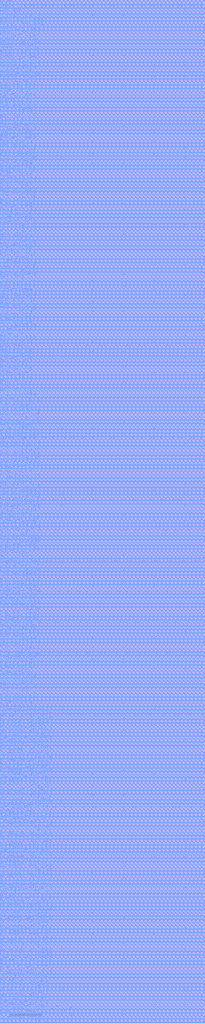
<source format=lef>
# Generated by FakeRAM 2.0
VERSION 5.7 ;
BUSBITCHARS "[]" ;
PROPERTYDEFINITIONS
  MACRO width INTEGER ;
  MACRO depth INTEGER ;
  MACRO banks INTEGER ;
END PROPERTYDEFINITIONS
MACRO fakeram7_sp_8192x64
  PROPERTY width 64 ;
  PROPERTY depth 8192 ;
  PROPERTY banks 8 ;
  FOREIGN fakeram7_sp_8192x64 0 0 ;
  SYMMETRY X Y ;
  SIZE 66.500 BY 331.800 ;
  CLASS BLOCK ;
  PIN w_mask_in[0]
    DIRECTION INPUT ;
    USE SIGNAL ;
    SHAPE ABUTMENT ;
    PORT
      LAYER M4 ;
      RECT 0.000 0.048 0.024 0.072 ;
    END
  END w_mask_in[0]
  PIN w_mask_in[1]
    DIRECTION INPUT ;
    USE SIGNAL ;
    SHAPE ABUTMENT ;
    PORT
      LAYER M4 ;
      RECT 0.000 1.632 0.024 1.656 ;
    END
  END w_mask_in[1]
  PIN w_mask_in[2]
    DIRECTION INPUT ;
    USE SIGNAL ;
    SHAPE ABUTMENT ;
    PORT
      LAYER M4 ;
      RECT 0.000 3.216 0.024 3.240 ;
    END
  END w_mask_in[2]
  PIN w_mask_in[3]
    DIRECTION INPUT ;
    USE SIGNAL ;
    SHAPE ABUTMENT ;
    PORT
      LAYER M4 ;
      RECT 0.000 4.800 0.024 4.824 ;
    END
  END w_mask_in[3]
  PIN w_mask_in[4]
    DIRECTION INPUT ;
    USE SIGNAL ;
    SHAPE ABUTMENT ;
    PORT
      LAYER M4 ;
      RECT 0.000 6.384 0.024 6.408 ;
    END
  END w_mask_in[4]
  PIN w_mask_in[5]
    DIRECTION INPUT ;
    USE SIGNAL ;
    SHAPE ABUTMENT ;
    PORT
      LAYER M4 ;
      RECT 0.000 7.968 0.024 7.992 ;
    END
  END w_mask_in[5]
  PIN w_mask_in[6]
    DIRECTION INPUT ;
    USE SIGNAL ;
    SHAPE ABUTMENT ;
    PORT
      LAYER M4 ;
      RECT 0.000 9.552 0.024 9.576 ;
    END
  END w_mask_in[6]
  PIN w_mask_in[7]
    DIRECTION INPUT ;
    USE SIGNAL ;
    SHAPE ABUTMENT ;
    PORT
      LAYER M4 ;
      RECT 0.000 11.136 0.024 11.160 ;
    END
  END w_mask_in[7]
  PIN w_mask_in[8]
    DIRECTION INPUT ;
    USE SIGNAL ;
    SHAPE ABUTMENT ;
    PORT
      LAYER M4 ;
      RECT 0.000 12.720 0.024 12.744 ;
    END
  END w_mask_in[8]
  PIN w_mask_in[9]
    DIRECTION INPUT ;
    USE SIGNAL ;
    SHAPE ABUTMENT ;
    PORT
      LAYER M4 ;
      RECT 0.000 14.304 0.024 14.328 ;
    END
  END w_mask_in[9]
  PIN w_mask_in[10]
    DIRECTION INPUT ;
    USE SIGNAL ;
    SHAPE ABUTMENT ;
    PORT
      LAYER M4 ;
      RECT 0.000 15.888 0.024 15.912 ;
    END
  END w_mask_in[10]
  PIN w_mask_in[11]
    DIRECTION INPUT ;
    USE SIGNAL ;
    SHAPE ABUTMENT ;
    PORT
      LAYER M4 ;
      RECT 0.000 17.472 0.024 17.496 ;
    END
  END w_mask_in[11]
  PIN w_mask_in[12]
    DIRECTION INPUT ;
    USE SIGNAL ;
    SHAPE ABUTMENT ;
    PORT
      LAYER M4 ;
      RECT 0.000 19.056 0.024 19.080 ;
    END
  END w_mask_in[12]
  PIN w_mask_in[13]
    DIRECTION INPUT ;
    USE SIGNAL ;
    SHAPE ABUTMENT ;
    PORT
      LAYER M4 ;
      RECT 0.000 20.640 0.024 20.664 ;
    END
  END w_mask_in[13]
  PIN w_mask_in[14]
    DIRECTION INPUT ;
    USE SIGNAL ;
    SHAPE ABUTMENT ;
    PORT
      LAYER M4 ;
      RECT 0.000 22.224 0.024 22.248 ;
    END
  END w_mask_in[14]
  PIN w_mask_in[15]
    DIRECTION INPUT ;
    USE SIGNAL ;
    SHAPE ABUTMENT ;
    PORT
      LAYER M4 ;
      RECT 0.000 23.808 0.024 23.832 ;
    END
  END w_mask_in[15]
  PIN w_mask_in[16]
    DIRECTION INPUT ;
    USE SIGNAL ;
    SHAPE ABUTMENT ;
    PORT
      LAYER M4 ;
      RECT 0.000 25.392 0.024 25.416 ;
    END
  END w_mask_in[16]
  PIN w_mask_in[17]
    DIRECTION INPUT ;
    USE SIGNAL ;
    SHAPE ABUTMENT ;
    PORT
      LAYER M4 ;
      RECT 0.000 26.976 0.024 27.000 ;
    END
  END w_mask_in[17]
  PIN w_mask_in[18]
    DIRECTION INPUT ;
    USE SIGNAL ;
    SHAPE ABUTMENT ;
    PORT
      LAYER M4 ;
      RECT 0.000 28.560 0.024 28.584 ;
    END
  END w_mask_in[18]
  PIN w_mask_in[19]
    DIRECTION INPUT ;
    USE SIGNAL ;
    SHAPE ABUTMENT ;
    PORT
      LAYER M4 ;
      RECT 0.000 30.144 0.024 30.168 ;
    END
  END w_mask_in[19]
  PIN w_mask_in[20]
    DIRECTION INPUT ;
    USE SIGNAL ;
    SHAPE ABUTMENT ;
    PORT
      LAYER M4 ;
      RECT 0.000 31.728 0.024 31.752 ;
    END
  END w_mask_in[20]
  PIN w_mask_in[21]
    DIRECTION INPUT ;
    USE SIGNAL ;
    SHAPE ABUTMENT ;
    PORT
      LAYER M4 ;
      RECT 0.000 33.312 0.024 33.336 ;
    END
  END w_mask_in[21]
  PIN w_mask_in[22]
    DIRECTION INPUT ;
    USE SIGNAL ;
    SHAPE ABUTMENT ;
    PORT
      LAYER M4 ;
      RECT 0.000 34.896 0.024 34.920 ;
    END
  END w_mask_in[22]
  PIN w_mask_in[23]
    DIRECTION INPUT ;
    USE SIGNAL ;
    SHAPE ABUTMENT ;
    PORT
      LAYER M4 ;
      RECT 0.000 36.480 0.024 36.504 ;
    END
  END w_mask_in[23]
  PIN w_mask_in[24]
    DIRECTION INPUT ;
    USE SIGNAL ;
    SHAPE ABUTMENT ;
    PORT
      LAYER M4 ;
      RECT 0.000 38.064 0.024 38.088 ;
    END
  END w_mask_in[24]
  PIN w_mask_in[25]
    DIRECTION INPUT ;
    USE SIGNAL ;
    SHAPE ABUTMENT ;
    PORT
      LAYER M4 ;
      RECT 0.000 39.648 0.024 39.672 ;
    END
  END w_mask_in[25]
  PIN w_mask_in[26]
    DIRECTION INPUT ;
    USE SIGNAL ;
    SHAPE ABUTMENT ;
    PORT
      LAYER M4 ;
      RECT 0.000 41.232 0.024 41.256 ;
    END
  END w_mask_in[26]
  PIN w_mask_in[27]
    DIRECTION INPUT ;
    USE SIGNAL ;
    SHAPE ABUTMENT ;
    PORT
      LAYER M4 ;
      RECT 0.000 42.816 0.024 42.840 ;
    END
  END w_mask_in[27]
  PIN w_mask_in[28]
    DIRECTION INPUT ;
    USE SIGNAL ;
    SHAPE ABUTMENT ;
    PORT
      LAYER M4 ;
      RECT 0.000 44.400 0.024 44.424 ;
    END
  END w_mask_in[28]
  PIN w_mask_in[29]
    DIRECTION INPUT ;
    USE SIGNAL ;
    SHAPE ABUTMENT ;
    PORT
      LAYER M4 ;
      RECT 0.000 45.984 0.024 46.008 ;
    END
  END w_mask_in[29]
  PIN w_mask_in[30]
    DIRECTION INPUT ;
    USE SIGNAL ;
    SHAPE ABUTMENT ;
    PORT
      LAYER M4 ;
      RECT 0.000 47.568 0.024 47.592 ;
    END
  END w_mask_in[30]
  PIN w_mask_in[31]
    DIRECTION INPUT ;
    USE SIGNAL ;
    SHAPE ABUTMENT ;
    PORT
      LAYER M4 ;
      RECT 0.000 49.152 0.024 49.176 ;
    END
  END w_mask_in[31]
  PIN w_mask_in[32]
    DIRECTION INPUT ;
    USE SIGNAL ;
    SHAPE ABUTMENT ;
    PORT
      LAYER M4 ;
      RECT 0.000 50.736 0.024 50.760 ;
    END
  END w_mask_in[32]
  PIN w_mask_in[33]
    DIRECTION INPUT ;
    USE SIGNAL ;
    SHAPE ABUTMENT ;
    PORT
      LAYER M4 ;
      RECT 0.000 52.320 0.024 52.344 ;
    END
  END w_mask_in[33]
  PIN w_mask_in[34]
    DIRECTION INPUT ;
    USE SIGNAL ;
    SHAPE ABUTMENT ;
    PORT
      LAYER M4 ;
      RECT 0.000 53.904 0.024 53.928 ;
    END
  END w_mask_in[34]
  PIN w_mask_in[35]
    DIRECTION INPUT ;
    USE SIGNAL ;
    SHAPE ABUTMENT ;
    PORT
      LAYER M4 ;
      RECT 0.000 55.488 0.024 55.512 ;
    END
  END w_mask_in[35]
  PIN w_mask_in[36]
    DIRECTION INPUT ;
    USE SIGNAL ;
    SHAPE ABUTMENT ;
    PORT
      LAYER M4 ;
      RECT 0.000 57.072 0.024 57.096 ;
    END
  END w_mask_in[36]
  PIN w_mask_in[37]
    DIRECTION INPUT ;
    USE SIGNAL ;
    SHAPE ABUTMENT ;
    PORT
      LAYER M4 ;
      RECT 0.000 58.656 0.024 58.680 ;
    END
  END w_mask_in[37]
  PIN w_mask_in[38]
    DIRECTION INPUT ;
    USE SIGNAL ;
    SHAPE ABUTMENT ;
    PORT
      LAYER M4 ;
      RECT 0.000 60.240 0.024 60.264 ;
    END
  END w_mask_in[38]
  PIN w_mask_in[39]
    DIRECTION INPUT ;
    USE SIGNAL ;
    SHAPE ABUTMENT ;
    PORT
      LAYER M4 ;
      RECT 0.000 61.824 0.024 61.848 ;
    END
  END w_mask_in[39]
  PIN w_mask_in[40]
    DIRECTION INPUT ;
    USE SIGNAL ;
    SHAPE ABUTMENT ;
    PORT
      LAYER M4 ;
      RECT 0.000 63.408 0.024 63.432 ;
    END
  END w_mask_in[40]
  PIN w_mask_in[41]
    DIRECTION INPUT ;
    USE SIGNAL ;
    SHAPE ABUTMENT ;
    PORT
      LAYER M4 ;
      RECT 0.000 64.992 0.024 65.016 ;
    END
  END w_mask_in[41]
  PIN w_mask_in[42]
    DIRECTION INPUT ;
    USE SIGNAL ;
    SHAPE ABUTMENT ;
    PORT
      LAYER M4 ;
      RECT 0.000 66.576 0.024 66.600 ;
    END
  END w_mask_in[42]
  PIN w_mask_in[43]
    DIRECTION INPUT ;
    USE SIGNAL ;
    SHAPE ABUTMENT ;
    PORT
      LAYER M4 ;
      RECT 0.000 68.160 0.024 68.184 ;
    END
  END w_mask_in[43]
  PIN w_mask_in[44]
    DIRECTION INPUT ;
    USE SIGNAL ;
    SHAPE ABUTMENT ;
    PORT
      LAYER M4 ;
      RECT 0.000 69.744 0.024 69.768 ;
    END
  END w_mask_in[44]
  PIN w_mask_in[45]
    DIRECTION INPUT ;
    USE SIGNAL ;
    SHAPE ABUTMENT ;
    PORT
      LAYER M4 ;
      RECT 0.000 71.328 0.024 71.352 ;
    END
  END w_mask_in[45]
  PIN w_mask_in[46]
    DIRECTION INPUT ;
    USE SIGNAL ;
    SHAPE ABUTMENT ;
    PORT
      LAYER M4 ;
      RECT 0.000 72.912 0.024 72.936 ;
    END
  END w_mask_in[46]
  PIN w_mask_in[47]
    DIRECTION INPUT ;
    USE SIGNAL ;
    SHAPE ABUTMENT ;
    PORT
      LAYER M4 ;
      RECT 0.000 74.496 0.024 74.520 ;
    END
  END w_mask_in[47]
  PIN w_mask_in[48]
    DIRECTION INPUT ;
    USE SIGNAL ;
    SHAPE ABUTMENT ;
    PORT
      LAYER M4 ;
      RECT 0.000 76.080 0.024 76.104 ;
    END
  END w_mask_in[48]
  PIN w_mask_in[49]
    DIRECTION INPUT ;
    USE SIGNAL ;
    SHAPE ABUTMENT ;
    PORT
      LAYER M4 ;
      RECT 0.000 77.664 0.024 77.688 ;
    END
  END w_mask_in[49]
  PIN w_mask_in[50]
    DIRECTION INPUT ;
    USE SIGNAL ;
    SHAPE ABUTMENT ;
    PORT
      LAYER M4 ;
      RECT 0.000 79.248 0.024 79.272 ;
    END
  END w_mask_in[50]
  PIN w_mask_in[51]
    DIRECTION INPUT ;
    USE SIGNAL ;
    SHAPE ABUTMENT ;
    PORT
      LAYER M4 ;
      RECT 0.000 80.832 0.024 80.856 ;
    END
  END w_mask_in[51]
  PIN w_mask_in[52]
    DIRECTION INPUT ;
    USE SIGNAL ;
    SHAPE ABUTMENT ;
    PORT
      LAYER M4 ;
      RECT 0.000 82.416 0.024 82.440 ;
    END
  END w_mask_in[52]
  PIN w_mask_in[53]
    DIRECTION INPUT ;
    USE SIGNAL ;
    SHAPE ABUTMENT ;
    PORT
      LAYER M4 ;
      RECT 0.000 84.000 0.024 84.024 ;
    END
  END w_mask_in[53]
  PIN w_mask_in[54]
    DIRECTION INPUT ;
    USE SIGNAL ;
    SHAPE ABUTMENT ;
    PORT
      LAYER M4 ;
      RECT 0.000 85.584 0.024 85.608 ;
    END
  END w_mask_in[54]
  PIN w_mask_in[55]
    DIRECTION INPUT ;
    USE SIGNAL ;
    SHAPE ABUTMENT ;
    PORT
      LAYER M4 ;
      RECT 0.000 87.168 0.024 87.192 ;
    END
  END w_mask_in[55]
  PIN w_mask_in[56]
    DIRECTION INPUT ;
    USE SIGNAL ;
    SHAPE ABUTMENT ;
    PORT
      LAYER M4 ;
      RECT 0.000 88.752 0.024 88.776 ;
    END
  END w_mask_in[56]
  PIN w_mask_in[57]
    DIRECTION INPUT ;
    USE SIGNAL ;
    SHAPE ABUTMENT ;
    PORT
      LAYER M4 ;
      RECT 0.000 90.336 0.024 90.360 ;
    END
  END w_mask_in[57]
  PIN w_mask_in[58]
    DIRECTION INPUT ;
    USE SIGNAL ;
    SHAPE ABUTMENT ;
    PORT
      LAYER M4 ;
      RECT 0.000 91.920 0.024 91.944 ;
    END
  END w_mask_in[58]
  PIN w_mask_in[59]
    DIRECTION INPUT ;
    USE SIGNAL ;
    SHAPE ABUTMENT ;
    PORT
      LAYER M4 ;
      RECT 0.000 93.504 0.024 93.528 ;
    END
  END w_mask_in[59]
  PIN w_mask_in[60]
    DIRECTION INPUT ;
    USE SIGNAL ;
    SHAPE ABUTMENT ;
    PORT
      LAYER M4 ;
      RECT 0.000 95.088 0.024 95.112 ;
    END
  END w_mask_in[60]
  PIN w_mask_in[61]
    DIRECTION INPUT ;
    USE SIGNAL ;
    SHAPE ABUTMENT ;
    PORT
      LAYER M4 ;
      RECT 0.000 96.672 0.024 96.696 ;
    END
  END w_mask_in[61]
  PIN w_mask_in[62]
    DIRECTION INPUT ;
    USE SIGNAL ;
    SHAPE ABUTMENT ;
    PORT
      LAYER M4 ;
      RECT 0.000 98.256 0.024 98.280 ;
    END
  END w_mask_in[62]
  PIN w_mask_in[63]
    DIRECTION INPUT ;
    USE SIGNAL ;
    SHAPE ABUTMENT ;
    PORT
      LAYER M4 ;
      RECT 0.000 99.840 0.024 99.864 ;
    END
  END w_mask_in[63]
  PIN rd_out[0]
    DIRECTION OUTPUT ;
    USE SIGNAL ;
    SHAPE ABUTMENT ;
    PORT
      LAYER M4 ;
      RECT 0.000 101.952 0.024 101.976 ;
    END
  END rd_out[0]
  PIN rd_out[1]
    DIRECTION OUTPUT ;
    USE SIGNAL ;
    SHAPE ABUTMENT ;
    PORT
      LAYER M4 ;
      RECT 0.000 103.536 0.024 103.560 ;
    END
  END rd_out[1]
  PIN rd_out[2]
    DIRECTION OUTPUT ;
    USE SIGNAL ;
    SHAPE ABUTMENT ;
    PORT
      LAYER M4 ;
      RECT 0.000 105.120 0.024 105.144 ;
    END
  END rd_out[2]
  PIN rd_out[3]
    DIRECTION OUTPUT ;
    USE SIGNAL ;
    SHAPE ABUTMENT ;
    PORT
      LAYER M4 ;
      RECT 0.000 106.704 0.024 106.728 ;
    END
  END rd_out[3]
  PIN rd_out[4]
    DIRECTION OUTPUT ;
    USE SIGNAL ;
    SHAPE ABUTMENT ;
    PORT
      LAYER M4 ;
      RECT 0.000 108.288 0.024 108.312 ;
    END
  END rd_out[4]
  PIN rd_out[5]
    DIRECTION OUTPUT ;
    USE SIGNAL ;
    SHAPE ABUTMENT ;
    PORT
      LAYER M4 ;
      RECT 0.000 109.872 0.024 109.896 ;
    END
  END rd_out[5]
  PIN rd_out[6]
    DIRECTION OUTPUT ;
    USE SIGNAL ;
    SHAPE ABUTMENT ;
    PORT
      LAYER M4 ;
      RECT 0.000 111.456 0.024 111.480 ;
    END
  END rd_out[6]
  PIN rd_out[7]
    DIRECTION OUTPUT ;
    USE SIGNAL ;
    SHAPE ABUTMENT ;
    PORT
      LAYER M4 ;
      RECT 0.000 113.040 0.024 113.064 ;
    END
  END rd_out[7]
  PIN rd_out[8]
    DIRECTION OUTPUT ;
    USE SIGNAL ;
    SHAPE ABUTMENT ;
    PORT
      LAYER M4 ;
      RECT 0.000 114.624 0.024 114.648 ;
    END
  END rd_out[8]
  PIN rd_out[9]
    DIRECTION OUTPUT ;
    USE SIGNAL ;
    SHAPE ABUTMENT ;
    PORT
      LAYER M4 ;
      RECT 0.000 116.208 0.024 116.232 ;
    END
  END rd_out[9]
  PIN rd_out[10]
    DIRECTION OUTPUT ;
    USE SIGNAL ;
    SHAPE ABUTMENT ;
    PORT
      LAYER M4 ;
      RECT 0.000 117.792 0.024 117.816 ;
    END
  END rd_out[10]
  PIN rd_out[11]
    DIRECTION OUTPUT ;
    USE SIGNAL ;
    SHAPE ABUTMENT ;
    PORT
      LAYER M4 ;
      RECT 0.000 119.376 0.024 119.400 ;
    END
  END rd_out[11]
  PIN rd_out[12]
    DIRECTION OUTPUT ;
    USE SIGNAL ;
    SHAPE ABUTMENT ;
    PORT
      LAYER M4 ;
      RECT 0.000 120.960 0.024 120.984 ;
    END
  END rd_out[12]
  PIN rd_out[13]
    DIRECTION OUTPUT ;
    USE SIGNAL ;
    SHAPE ABUTMENT ;
    PORT
      LAYER M4 ;
      RECT 0.000 122.544 0.024 122.568 ;
    END
  END rd_out[13]
  PIN rd_out[14]
    DIRECTION OUTPUT ;
    USE SIGNAL ;
    SHAPE ABUTMENT ;
    PORT
      LAYER M4 ;
      RECT 0.000 124.128 0.024 124.152 ;
    END
  END rd_out[14]
  PIN rd_out[15]
    DIRECTION OUTPUT ;
    USE SIGNAL ;
    SHAPE ABUTMENT ;
    PORT
      LAYER M4 ;
      RECT 0.000 125.712 0.024 125.736 ;
    END
  END rd_out[15]
  PIN rd_out[16]
    DIRECTION OUTPUT ;
    USE SIGNAL ;
    SHAPE ABUTMENT ;
    PORT
      LAYER M4 ;
      RECT 0.000 127.296 0.024 127.320 ;
    END
  END rd_out[16]
  PIN rd_out[17]
    DIRECTION OUTPUT ;
    USE SIGNAL ;
    SHAPE ABUTMENT ;
    PORT
      LAYER M4 ;
      RECT 0.000 128.880 0.024 128.904 ;
    END
  END rd_out[17]
  PIN rd_out[18]
    DIRECTION OUTPUT ;
    USE SIGNAL ;
    SHAPE ABUTMENT ;
    PORT
      LAYER M4 ;
      RECT 0.000 130.464 0.024 130.488 ;
    END
  END rd_out[18]
  PIN rd_out[19]
    DIRECTION OUTPUT ;
    USE SIGNAL ;
    SHAPE ABUTMENT ;
    PORT
      LAYER M4 ;
      RECT 0.000 132.048 0.024 132.072 ;
    END
  END rd_out[19]
  PIN rd_out[20]
    DIRECTION OUTPUT ;
    USE SIGNAL ;
    SHAPE ABUTMENT ;
    PORT
      LAYER M4 ;
      RECT 0.000 133.632 0.024 133.656 ;
    END
  END rd_out[20]
  PIN rd_out[21]
    DIRECTION OUTPUT ;
    USE SIGNAL ;
    SHAPE ABUTMENT ;
    PORT
      LAYER M4 ;
      RECT 0.000 135.216 0.024 135.240 ;
    END
  END rd_out[21]
  PIN rd_out[22]
    DIRECTION OUTPUT ;
    USE SIGNAL ;
    SHAPE ABUTMENT ;
    PORT
      LAYER M4 ;
      RECT 0.000 136.800 0.024 136.824 ;
    END
  END rd_out[22]
  PIN rd_out[23]
    DIRECTION OUTPUT ;
    USE SIGNAL ;
    SHAPE ABUTMENT ;
    PORT
      LAYER M4 ;
      RECT 0.000 138.384 0.024 138.408 ;
    END
  END rd_out[23]
  PIN rd_out[24]
    DIRECTION OUTPUT ;
    USE SIGNAL ;
    SHAPE ABUTMENT ;
    PORT
      LAYER M4 ;
      RECT 0.000 139.968 0.024 139.992 ;
    END
  END rd_out[24]
  PIN rd_out[25]
    DIRECTION OUTPUT ;
    USE SIGNAL ;
    SHAPE ABUTMENT ;
    PORT
      LAYER M4 ;
      RECT 0.000 141.552 0.024 141.576 ;
    END
  END rd_out[25]
  PIN rd_out[26]
    DIRECTION OUTPUT ;
    USE SIGNAL ;
    SHAPE ABUTMENT ;
    PORT
      LAYER M4 ;
      RECT 0.000 143.136 0.024 143.160 ;
    END
  END rd_out[26]
  PIN rd_out[27]
    DIRECTION OUTPUT ;
    USE SIGNAL ;
    SHAPE ABUTMENT ;
    PORT
      LAYER M4 ;
      RECT 0.000 144.720 0.024 144.744 ;
    END
  END rd_out[27]
  PIN rd_out[28]
    DIRECTION OUTPUT ;
    USE SIGNAL ;
    SHAPE ABUTMENT ;
    PORT
      LAYER M4 ;
      RECT 0.000 146.304 0.024 146.328 ;
    END
  END rd_out[28]
  PIN rd_out[29]
    DIRECTION OUTPUT ;
    USE SIGNAL ;
    SHAPE ABUTMENT ;
    PORT
      LAYER M4 ;
      RECT 0.000 147.888 0.024 147.912 ;
    END
  END rd_out[29]
  PIN rd_out[30]
    DIRECTION OUTPUT ;
    USE SIGNAL ;
    SHAPE ABUTMENT ;
    PORT
      LAYER M4 ;
      RECT 0.000 149.472 0.024 149.496 ;
    END
  END rd_out[30]
  PIN rd_out[31]
    DIRECTION OUTPUT ;
    USE SIGNAL ;
    SHAPE ABUTMENT ;
    PORT
      LAYER M4 ;
      RECT 0.000 151.056 0.024 151.080 ;
    END
  END rd_out[31]
  PIN rd_out[32]
    DIRECTION OUTPUT ;
    USE SIGNAL ;
    SHAPE ABUTMENT ;
    PORT
      LAYER M4 ;
      RECT 0.000 152.640 0.024 152.664 ;
    END
  END rd_out[32]
  PIN rd_out[33]
    DIRECTION OUTPUT ;
    USE SIGNAL ;
    SHAPE ABUTMENT ;
    PORT
      LAYER M4 ;
      RECT 0.000 154.224 0.024 154.248 ;
    END
  END rd_out[33]
  PIN rd_out[34]
    DIRECTION OUTPUT ;
    USE SIGNAL ;
    SHAPE ABUTMENT ;
    PORT
      LAYER M4 ;
      RECT 0.000 155.808 0.024 155.832 ;
    END
  END rd_out[34]
  PIN rd_out[35]
    DIRECTION OUTPUT ;
    USE SIGNAL ;
    SHAPE ABUTMENT ;
    PORT
      LAYER M4 ;
      RECT 0.000 157.392 0.024 157.416 ;
    END
  END rd_out[35]
  PIN rd_out[36]
    DIRECTION OUTPUT ;
    USE SIGNAL ;
    SHAPE ABUTMENT ;
    PORT
      LAYER M4 ;
      RECT 0.000 158.976 0.024 159.000 ;
    END
  END rd_out[36]
  PIN rd_out[37]
    DIRECTION OUTPUT ;
    USE SIGNAL ;
    SHAPE ABUTMENT ;
    PORT
      LAYER M4 ;
      RECT 0.000 160.560 0.024 160.584 ;
    END
  END rd_out[37]
  PIN rd_out[38]
    DIRECTION OUTPUT ;
    USE SIGNAL ;
    SHAPE ABUTMENT ;
    PORT
      LAYER M4 ;
      RECT 0.000 162.144 0.024 162.168 ;
    END
  END rd_out[38]
  PIN rd_out[39]
    DIRECTION OUTPUT ;
    USE SIGNAL ;
    SHAPE ABUTMENT ;
    PORT
      LAYER M4 ;
      RECT 0.000 163.728 0.024 163.752 ;
    END
  END rd_out[39]
  PIN rd_out[40]
    DIRECTION OUTPUT ;
    USE SIGNAL ;
    SHAPE ABUTMENT ;
    PORT
      LAYER M4 ;
      RECT 0.000 165.312 0.024 165.336 ;
    END
  END rd_out[40]
  PIN rd_out[41]
    DIRECTION OUTPUT ;
    USE SIGNAL ;
    SHAPE ABUTMENT ;
    PORT
      LAYER M4 ;
      RECT 0.000 166.896 0.024 166.920 ;
    END
  END rd_out[41]
  PIN rd_out[42]
    DIRECTION OUTPUT ;
    USE SIGNAL ;
    SHAPE ABUTMENT ;
    PORT
      LAYER M4 ;
      RECT 0.000 168.480 0.024 168.504 ;
    END
  END rd_out[42]
  PIN rd_out[43]
    DIRECTION OUTPUT ;
    USE SIGNAL ;
    SHAPE ABUTMENT ;
    PORT
      LAYER M4 ;
      RECT 0.000 170.064 0.024 170.088 ;
    END
  END rd_out[43]
  PIN rd_out[44]
    DIRECTION OUTPUT ;
    USE SIGNAL ;
    SHAPE ABUTMENT ;
    PORT
      LAYER M4 ;
      RECT 0.000 171.648 0.024 171.672 ;
    END
  END rd_out[44]
  PIN rd_out[45]
    DIRECTION OUTPUT ;
    USE SIGNAL ;
    SHAPE ABUTMENT ;
    PORT
      LAYER M4 ;
      RECT 0.000 173.232 0.024 173.256 ;
    END
  END rd_out[45]
  PIN rd_out[46]
    DIRECTION OUTPUT ;
    USE SIGNAL ;
    SHAPE ABUTMENT ;
    PORT
      LAYER M4 ;
      RECT 0.000 174.816 0.024 174.840 ;
    END
  END rd_out[46]
  PIN rd_out[47]
    DIRECTION OUTPUT ;
    USE SIGNAL ;
    SHAPE ABUTMENT ;
    PORT
      LAYER M4 ;
      RECT 0.000 176.400 0.024 176.424 ;
    END
  END rd_out[47]
  PIN rd_out[48]
    DIRECTION OUTPUT ;
    USE SIGNAL ;
    SHAPE ABUTMENT ;
    PORT
      LAYER M4 ;
      RECT 0.000 177.984 0.024 178.008 ;
    END
  END rd_out[48]
  PIN rd_out[49]
    DIRECTION OUTPUT ;
    USE SIGNAL ;
    SHAPE ABUTMENT ;
    PORT
      LAYER M4 ;
      RECT 0.000 179.568 0.024 179.592 ;
    END
  END rd_out[49]
  PIN rd_out[50]
    DIRECTION OUTPUT ;
    USE SIGNAL ;
    SHAPE ABUTMENT ;
    PORT
      LAYER M4 ;
      RECT 0.000 181.152 0.024 181.176 ;
    END
  END rd_out[50]
  PIN rd_out[51]
    DIRECTION OUTPUT ;
    USE SIGNAL ;
    SHAPE ABUTMENT ;
    PORT
      LAYER M4 ;
      RECT 0.000 182.736 0.024 182.760 ;
    END
  END rd_out[51]
  PIN rd_out[52]
    DIRECTION OUTPUT ;
    USE SIGNAL ;
    SHAPE ABUTMENT ;
    PORT
      LAYER M4 ;
      RECT 0.000 184.320 0.024 184.344 ;
    END
  END rd_out[52]
  PIN rd_out[53]
    DIRECTION OUTPUT ;
    USE SIGNAL ;
    SHAPE ABUTMENT ;
    PORT
      LAYER M4 ;
      RECT 0.000 185.904 0.024 185.928 ;
    END
  END rd_out[53]
  PIN rd_out[54]
    DIRECTION OUTPUT ;
    USE SIGNAL ;
    SHAPE ABUTMENT ;
    PORT
      LAYER M4 ;
      RECT 0.000 187.488 0.024 187.512 ;
    END
  END rd_out[54]
  PIN rd_out[55]
    DIRECTION OUTPUT ;
    USE SIGNAL ;
    SHAPE ABUTMENT ;
    PORT
      LAYER M4 ;
      RECT 0.000 189.072 0.024 189.096 ;
    END
  END rd_out[55]
  PIN rd_out[56]
    DIRECTION OUTPUT ;
    USE SIGNAL ;
    SHAPE ABUTMENT ;
    PORT
      LAYER M4 ;
      RECT 0.000 190.656 0.024 190.680 ;
    END
  END rd_out[56]
  PIN rd_out[57]
    DIRECTION OUTPUT ;
    USE SIGNAL ;
    SHAPE ABUTMENT ;
    PORT
      LAYER M4 ;
      RECT 0.000 192.240 0.024 192.264 ;
    END
  END rd_out[57]
  PIN rd_out[58]
    DIRECTION OUTPUT ;
    USE SIGNAL ;
    SHAPE ABUTMENT ;
    PORT
      LAYER M4 ;
      RECT 0.000 193.824 0.024 193.848 ;
    END
  END rd_out[58]
  PIN rd_out[59]
    DIRECTION OUTPUT ;
    USE SIGNAL ;
    SHAPE ABUTMENT ;
    PORT
      LAYER M4 ;
      RECT 0.000 195.408 0.024 195.432 ;
    END
  END rd_out[59]
  PIN rd_out[60]
    DIRECTION OUTPUT ;
    USE SIGNAL ;
    SHAPE ABUTMENT ;
    PORT
      LAYER M4 ;
      RECT 0.000 196.992 0.024 197.016 ;
    END
  END rd_out[60]
  PIN rd_out[61]
    DIRECTION OUTPUT ;
    USE SIGNAL ;
    SHAPE ABUTMENT ;
    PORT
      LAYER M4 ;
      RECT 0.000 198.576 0.024 198.600 ;
    END
  END rd_out[61]
  PIN rd_out[62]
    DIRECTION OUTPUT ;
    USE SIGNAL ;
    SHAPE ABUTMENT ;
    PORT
      LAYER M4 ;
      RECT 0.000 200.160 0.024 200.184 ;
    END
  END rd_out[62]
  PIN rd_out[63]
    DIRECTION OUTPUT ;
    USE SIGNAL ;
    SHAPE ABUTMENT ;
    PORT
      LAYER M4 ;
      RECT 0.000 201.744 0.024 201.768 ;
    END
  END rd_out[63]
  PIN wd_in[0]
    DIRECTION INPUT ;
    USE SIGNAL ;
    SHAPE ABUTMENT ;
    PORT
      LAYER M4 ;
      RECT 0.000 203.856 0.024 203.880 ;
    END
  END wd_in[0]
  PIN wd_in[1]
    DIRECTION INPUT ;
    USE SIGNAL ;
    SHAPE ABUTMENT ;
    PORT
      LAYER M4 ;
      RECT 0.000 205.440 0.024 205.464 ;
    END
  END wd_in[1]
  PIN wd_in[2]
    DIRECTION INPUT ;
    USE SIGNAL ;
    SHAPE ABUTMENT ;
    PORT
      LAYER M4 ;
      RECT 0.000 207.024 0.024 207.048 ;
    END
  END wd_in[2]
  PIN wd_in[3]
    DIRECTION INPUT ;
    USE SIGNAL ;
    SHAPE ABUTMENT ;
    PORT
      LAYER M4 ;
      RECT 0.000 208.608 0.024 208.632 ;
    END
  END wd_in[3]
  PIN wd_in[4]
    DIRECTION INPUT ;
    USE SIGNAL ;
    SHAPE ABUTMENT ;
    PORT
      LAYER M4 ;
      RECT 0.000 210.192 0.024 210.216 ;
    END
  END wd_in[4]
  PIN wd_in[5]
    DIRECTION INPUT ;
    USE SIGNAL ;
    SHAPE ABUTMENT ;
    PORT
      LAYER M4 ;
      RECT 0.000 211.776 0.024 211.800 ;
    END
  END wd_in[5]
  PIN wd_in[6]
    DIRECTION INPUT ;
    USE SIGNAL ;
    SHAPE ABUTMENT ;
    PORT
      LAYER M4 ;
      RECT 0.000 213.360 0.024 213.384 ;
    END
  END wd_in[6]
  PIN wd_in[7]
    DIRECTION INPUT ;
    USE SIGNAL ;
    SHAPE ABUTMENT ;
    PORT
      LAYER M4 ;
      RECT 0.000 214.944 0.024 214.968 ;
    END
  END wd_in[7]
  PIN wd_in[8]
    DIRECTION INPUT ;
    USE SIGNAL ;
    SHAPE ABUTMENT ;
    PORT
      LAYER M4 ;
      RECT 0.000 216.528 0.024 216.552 ;
    END
  END wd_in[8]
  PIN wd_in[9]
    DIRECTION INPUT ;
    USE SIGNAL ;
    SHAPE ABUTMENT ;
    PORT
      LAYER M4 ;
      RECT 0.000 218.112 0.024 218.136 ;
    END
  END wd_in[9]
  PIN wd_in[10]
    DIRECTION INPUT ;
    USE SIGNAL ;
    SHAPE ABUTMENT ;
    PORT
      LAYER M4 ;
      RECT 0.000 219.696 0.024 219.720 ;
    END
  END wd_in[10]
  PIN wd_in[11]
    DIRECTION INPUT ;
    USE SIGNAL ;
    SHAPE ABUTMENT ;
    PORT
      LAYER M4 ;
      RECT 0.000 221.280 0.024 221.304 ;
    END
  END wd_in[11]
  PIN wd_in[12]
    DIRECTION INPUT ;
    USE SIGNAL ;
    SHAPE ABUTMENT ;
    PORT
      LAYER M4 ;
      RECT 0.000 222.864 0.024 222.888 ;
    END
  END wd_in[12]
  PIN wd_in[13]
    DIRECTION INPUT ;
    USE SIGNAL ;
    SHAPE ABUTMENT ;
    PORT
      LAYER M4 ;
      RECT 0.000 224.448 0.024 224.472 ;
    END
  END wd_in[13]
  PIN wd_in[14]
    DIRECTION INPUT ;
    USE SIGNAL ;
    SHAPE ABUTMENT ;
    PORT
      LAYER M4 ;
      RECT 0.000 226.032 0.024 226.056 ;
    END
  END wd_in[14]
  PIN wd_in[15]
    DIRECTION INPUT ;
    USE SIGNAL ;
    SHAPE ABUTMENT ;
    PORT
      LAYER M4 ;
      RECT 0.000 227.616 0.024 227.640 ;
    END
  END wd_in[15]
  PIN wd_in[16]
    DIRECTION INPUT ;
    USE SIGNAL ;
    SHAPE ABUTMENT ;
    PORT
      LAYER M4 ;
      RECT 0.000 229.200 0.024 229.224 ;
    END
  END wd_in[16]
  PIN wd_in[17]
    DIRECTION INPUT ;
    USE SIGNAL ;
    SHAPE ABUTMENT ;
    PORT
      LAYER M4 ;
      RECT 0.000 230.784 0.024 230.808 ;
    END
  END wd_in[17]
  PIN wd_in[18]
    DIRECTION INPUT ;
    USE SIGNAL ;
    SHAPE ABUTMENT ;
    PORT
      LAYER M4 ;
      RECT 0.000 232.368 0.024 232.392 ;
    END
  END wd_in[18]
  PIN wd_in[19]
    DIRECTION INPUT ;
    USE SIGNAL ;
    SHAPE ABUTMENT ;
    PORT
      LAYER M4 ;
      RECT 0.000 233.952 0.024 233.976 ;
    END
  END wd_in[19]
  PIN wd_in[20]
    DIRECTION INPUT ;
    USE SIGNAL ;
    SHAPE ABUTMENT ;
    PORT
      LAYER M4 ;
      RECT 0.000 235.536 0.024 235.560 ;
    END
  END wd_in[20]
  PIN wd_in[21]
    DIRECTION INPUT ;
    USE SIGNAL ;
    SHAPE ABUTMENT ;
    PORT
      LAYER M4 ;
      RECT 0.000 237.120 0.024 237.144 ;
    END
  END wd_in[21]
  PIN wd_in[22]
    DIRECTION INPUT ;
    USE SIGNAL ;
    SHAPE ABUTMENT ;
    PORT
      LAYER M4 ;
      RECT 0.000 238.704 0.024 238.728 ;
    END
  END wd_in[22]
  PIN wd_in[23]
    DIRECTION INPUT ;
    USE SIGNAL ;
    SHAPE ABUTMENT ;
    PORT
      LAYER M4 ;
      RECT 0.000 240.288 0.024 240.312 ;
    END
  END wd_in[23]
  PIN wd_in[24]
    DIRECTION INPUT ;
    USE SIGNAL ;
    SHAPE ABUTMENT ;
    PORT
      LAYER M4 ;
      RECT 0.000 241.872 0.024 241.896 ;
    END
  END wd_in[24]
  PIN wd_in[25]
    DIRECTION INPUT ;
    USE SIGNAL ;
    SHAPE ABUTMENT ;
    PORT
      LAYER M4 ;
      RECT 0.000 243.456 0.024 243.480 ;
    END
  END wd_in[25]
  PIN wd_in[26]
    DIRECTION INPUT ;
    USE SIGNAL ;
    SHAPE ABUTMENT ;
    PORT
      LAYER M4 ;
      RECT 0.000 245.040 0.024 245.064 ;
    END
  END wd_in[26]
  PIN wd_in[27]
    DIRECTION INPUT ;
    USE SIGNAL ;
    SHAPE ABUTMENT ;
    PORT
      LAYER M4 ;
      RECT 0.000 246.624 0.024 246.648 ;
    END
  END wd_in[27]
  PIN wd_in[28]
    DIRECTION INPUT ;
    USE SIGNAL ;
    SHAPE ABUTMENT ;
    PORT
      LAYER M4 ;
      RECT 0.000 248.208 0.024 248.232 ;
    END
  END wd_in[28]
  PIN wd_in[29]
    DIRECTION INPUT ;
    USE SIGNAL ;
    SHAPE ABUTMENT ;
    PORT
      LAYER M4 ;
      RECT 0.000 249.792 0.024 249.816 ;
    END
  END wd_in[29]
  PIN wd_in[30]
    DIRECTION INPUT ;
    USE SIGNAL ;
    SHAPE ABUTMENT ;
    PORT
      LAYER M4 ;
      RECT 0.000 251.376 0.024 251.400 ;
    END
  END wd_in[30]
  PIN wd_in[31]
    DIRECTION INPUT ;
    USE SIGNAL ;
    SHAPE ABUTMENT ;
    PORT
      LAYER M4 ;
      RECT 0.000 252.960 0.024 252.984 ;
    END
  END wd_in[31]
  PIN wd_in[32]
    DIRECTION INPUT ;
    USE SIGNAL ;
    SHAPE ABUTMENT ;
    PORT
      LAYER M4 ;
      RECT 0.000 254.544 0.024 254.568 ;
    END
  END wd_in[32]
  PIN wd_in[33]
    DIRECTION INPUT ;
    USE SIGNAL ;
    SHAPE ABUTMENT ;
    PORT
      LAYER M4 ;
      RECT 0.000 256.128 0.024 256.152 ;
    END
  END wd_in[33]
  PIN wd_in[34]
    DIRECTION INPUT ;
    USE SIGNAL ;
    SHAPE ABUTMENT ;
    PORT
      LAYER M4 ;
      RECT 0.000 257.712 0.024 257.736 ;
    END
  END wd_in[34]
  PIN wd_in[35]
    DIRECTION INPUT ;
    USE SIGNAL ;
    SHAPE ABUTMENT ;
    PORT
      LAYER M4 ;
      RECT 0.000 259.296 0.024 259.320 ;
    END
  END wd_in[35]
  PIN wd_in[36]
    DIRECTION INPUT ;
    USE SIGNAL ;
    SHAPE ABUTMENT ;
    PORT
      LAYER M4 ;
      RECT 0.000 260.880 0.024 260.904 ;
    END
  END wd_in[36]
  PIN wd_in[37]
    DIRECTION INPUT ;
    USE SIGNAL ;
    SHAPE ABUTMENT ;
    PORT
      LAYER M4 ;
      RECT 0.000 262.464 0.024 262.488 ;
    END
  END wd_in[37]
  PIN wd_in[38]
    DIRECTION INPUT ;
    USE SIGNAL ;
    SHAPE ABUTMENT ;
    PORT
      LAYER M4 ;
      RECT 0.000 264.048 0.024 264.072 ;
    END
  END wd_in[38]
  PIN wd_in[39]
    DIRECTION INPUT ;
    USE SIGNAL ;
    SHAPE ABUTMENT ;
    PORT
      LAYER M4 ;
      RECT 0.000 265.632 0.024 265.656 ;
    END
  END wd_in[39]
  PIN wd_in[40]
    DIRECTION INPUT ;
    USE SIGNAL ;
    SHAPE ABUTMENT ;
    PORT
      LAYER M4 ;
      RECT 0.000 267.216 0.024 267.240 ;
    END
  END wd_in[40]
  PIN wd_in[41]
    DIRECTION INPUT ;
    USE SIGNAL ;
    SHAPE ABUTMENT ;
    PORT
      LAYER M4 ;
      RECT 0.000 268.800 0.024 268.824 ;
    END
  END wd_in[41]
  PIN wd_in[42]
    DIRECTION INPUT ;
    USE SIGNAL ;
    SHAPE ABUTMENT ;
    PORT
      LAYER M4 ;
      RECT 0.000 270.384 0.024 270.408 ;
    END
  END wd_in[42]
  PIN wd_in[43]
    DIRECTION INPUT ;
    USE SIGNAL ;
    SHAPE ABUTMENT ;
    PORT
      LAYER M4 ;
      RECT 0.000 271.968 0.024 271.992 ;
    END
  END wd_in[43]
  PIN wd_in[44]
    DIRECTION INPUT ;
    USE SIGNAL ;
    SHAPE ABUTMENT ;
    PORT
      LAYER M4 ;
      RECT 0.000 273.552 0.024 273.576 ;
    END
  END wd_in[44]
  PIN wd_in[45]
    DIRECTION INPUT ;
    USE SIGNAL ;
    SHAPE ABUTMENT ;
    PORT
      LAYER M4 ;
      RECT 0.000 275.136 0.024 275.160 ;
    END
  END wd_in[45]
  PIN wd_in[46]
    DIRECTION INPUT ;
    USE SIGNAL ;
    SHAPE ABUTMENT ;
    PORT
      LAYER M4 ;
      RECT 0.000 276.720 0.024 276.744 ;
    END
  END wd_in[46]
  PIN wd_in[47]
    DIRECTION INPUT ;
    USE SIGNAL ;
    SHAPE ABUTMENT ;
    PORT
      LAYER M4 ;
      RECT 0.000 278.304 0.024 278.328 ;
    END
  END wd_in[47]
  PIN wd_in[48]
    DIRECTION INPUT ;
    USE SIGNAL ;
    SHAPE ABUTMENT ;
    PORT
      LAYER M4 ;
      RECT 0.000 279.888 0.024 279.912 ;
    END
  END wd_in[48]
  PIN wd_in[49]
    DIRECTION INPUT ;
    USE SIGNAL ;
    SHAPE ABUTMENT ;
    PORT
      LAYER M4 ;
      RECT 0.000 281.472 0.024 281.496 ;
    END
  END wd_in[49]
  PIN wd_in[50]
    DIRECTION INPUT ;
    USE SIGNAL ;
    SHAPE ABUTMENT ;
    PORT
      LAYER M4 ;
      RECT 0.000 283.056 0.024 283.080 ;
    END
  END wd_in[50]
  PIN wd_in[51]
    DIRECTION INPUT ;
    USE SIGNAL ;
    SHAPE ABUTMENT ;
    PORT
      LAYER M4 ;
      RECT 0.000 284.640 0.024 284.664 ;
    END
  END wd_in[51]
  PIN wd_in[52]
    DIRECTION INPUT ;
    USE SIGNAL ;
    SHAPE ABUTMENT ;
    PORT
      LAYER M4 ;
      RECT 0.000 286.224 0.024 286.248 ;
    END
  END wd_in[52]
  PIN wd_in[53]
    DIRECTION INPUT ;
    USE SIGNAL ;
    SHAPE ABUTMENT ;
    PORT
      LAYER M4 ;
      RECT 0.000 287.808 0.024 287.832 ;
    END
  END wd_in[53]
  PIN wd_in[54]
    DIRECTION INPUT ;
    USE SIGNAL ;
    SHAPE ABUTMENT ;
    PORT
      LAYER M4 ;
      RECT 0.000 289.392 0.024 289.416 ;
    END
  END wd_in[54]
  PIN wd_in[55]
    DIRECTION INPUT ;
    USE SIGNAL ;
    SHAPE ABUTMENT ;
    PORT
      LAYER M4 ;
      RECT 0.000 290.976 0.024 291.000 ;
    END
  END wd_in[55]
  PIN wd_in[56]
    DIRECTION INPUT ;
    USE SIGNAL ;
    SHAPE ABUTMENT ;
    PORT
      LAYER M4 ;
      RECT 0.000 292.560 0.024 292.584 ;
    END
  END wd_in[56]
  PIN wd_in[57]
    DIRECTION INPUT ;
    USE SIGNAL ;
    SHAPE ABUTMENT ;
    PORT
      LAYER M4 ;
      RECT 0.000 294.144 0.024 294.168 ;
    END
  END wd_in[57]
  PIN wd_in[58]
    DIRECTION INPUT ;
    USE SIGNAL ;
    SHAPE ABUTMENT ;
    PORT
      LAYER M4 ;
      RECT 0.000 295.728 0.024 295.752 ;
    END
  END wd_in[58]
  PIN wd_in[59]
    DIRECTION INPUT ;
    USE SIGNAL ;
    SHAPE ABUTMENT ;
    PORT
      LAYER M4 ;
      RECT 0.000 297.312 0.024 297.336 ;
    END
  END wd_in[59]
  PIN wd_in[60]
    DIRECTION INPUT ;
    USE SIGNAL ;
    SHAPE ABUTMENT ;
    PORT
      LAYER M4 ;
      RECT 0.000 298.896 0.024 298.920 ;
    END
  END wd_in[60]
  PIN wd_in[61]
    DIRECTION INPUT ;
    USE SIGNAL ;
    SHAPE ABUTMENT ;
    PORT
      LAYER M4 ;
      RECT 0.000 300.480 0.024 300.504 ;
    END
  END wd_in[61]
  PIN wd_in[62]
    DIRECTION INPUT ;
    USE SIGNAL ;
    SHAPE ABUTMENT ;
    PORT
      LAYER M4 ;
      RECT 0.000 302.064 0.024 302.088 ;
    END
  END wd_in[62]
  PIN wd_in[63]
    DIRECTION INPUT ;
    USE SIGNAL ;
    SHAPE ABUTMENT ;
    PORT
      LAYER M4 ;
      RECT 0.000 303.648 0.024 303.672 ;
    END
  END wd_in[63]
  PIN addr_in[0]
    DIRECTION INPUT ;
    USE SIGNAL ;
    SHAPE ABUTMENT ;
    PORT
      LAYER M4 ;
      RECT 0.000 305.760 0.024 305.784 ;
    END
  END addr_in[0]
  PIN addr_in[1]
    DIRECTION INPUT ;
    USE SIGNAL ;
    SHAPE ABUTMENT ;
    PORT
      LAYER M4 ;
      RECT 0.000 307.344 0.024 307.368 ;
    END
  END addr_in[1]
  PIN addr_in[2]
    DIRECTION INPUT ;
    USE SIGNAL ;
    SHAPE ABUTMENT ;
    PORT
      LAYER M4 ;
      RECT 0.000 308.928 0.024 308.952 ;
    END
  END addr_in[2]
  PIN addr_in[3]
    DIRECTION INPUT ;
    USE SIGNAL ;
    SHAPE ABUTMENT ;
    PORT
      LAYER M4 ;
      RECT 0.000 310.512 0.024 310.536 ;
    END
  END addr_in[3]
  PIN addr_in[4]
    DIRECTION INPUT ;
    USE SIGNAL ;
    SHAPE ABUTMENT ;
    PORT
      LAYER M4 ;
      RECT 0.000 312.096 0.024 312.120 ;
    END
  END addr_in[4]
  PIN addr_in[5]
    DIRECTION INPUT ;
    USE SIGNAL ;
    SHAPE ABUTMENT ;
    PORT
      LAYER M4 ;
      RECT 0.000 313.680 0.024 313.704 ;
    END
  END addr_in[5]
  PIN addr_in[6]
    DIRECTION INPUT ;
    USE SIGNAL ;
    SHAPE ABUTMENT ;
    PORT
      LAYER M4 ;
      RECT 0.000 315.264 0.024 315.288 ;
    END
  END addr_in[6]
  PIN addr_in[7]
    DIRECTION INPUT ;
    USE SIGNAL ;
    SHAPE ABUTMENT ;
    PORT
      LAYER M4 ;
      RECT 0.000 316.848 0.024 316.872 ;
    END
  END addr_in[7]
  PIN addr_in[8]
    DIRECTION INPUT ;
    USE SIGNAL ;
    SHAPE ABUTMENT ;
    PORT
      LAYER M4 ;
      RECT 0.000 318.432 0.024 318.456 ;
    END
  END addr_in[8]
  PIN addr_in[9]
    DIRECTION INPUT ;
    USE SIGNAL ;
    SHAPE ABUTMENT ;
    PORT
      LAYER M4 ;
      RECT 0.000 320.016 0.024 320.040 ;
    END
  END addr_in[9]
  PIN addr_in[10]
    DIRECTION INPUT ;
    USE SIGNAL ;
    SHAPE ABUTMENT ;
    PORT
      LAYER M4 ;
      RECT 0.000 321.600 0.024 321.624 ;
    END
  END addr_in[10]
  PIN addr_in[11]
    DIRECTION INPUT ;
    USE SIGNAL ;
    SHAPE ABUTMENT ;
    PORT
      LAYER M4 ;
      RECT 0.000 323.184 0.024 323.208 ;
    END
  END addr_in[11]
  PIN addr_in[12]
    DIRECTION INPUT ;
    USE SIGNAL ;
    SHAPE ABUTMENT ;
    PORT
      LAYER M4 ;
      RECT 0.000 324.768 0.024 324.792 ;
    END
  END addr_in[12]
  PIN we_in
    DIRECTION INPUT ;
    USE SIGNAL ;
    SHAPE ABUTMENT ;
    PORT
      LAYER M4 ;
      RECT 0.000 326.880 0.024 326.904 ;
    END
  END we_in
  PIN ce_in
    DIRECTION INPUT ;
    USE SIGNAL ;
    SHAPE ABUTMENT ;
    PORT
      LAYER M4 ;
      RECT 0.000 328.464 0.024 328.488 ;
    END
  END ce_in
  PIN clk
    DIRECTION INPUT ;
    USE SIGNAL ;
    SHAPE ABUTMENT ;
    PORT
      LAYER M4 ;
      RECT 0.000 330.048 0.024 330.072 ;
    END
  END clk
  PIN VSS
    DIRECTION INOUT ;
    USE GROUND ;
    PORT
      LAYER M4 ;
      RECT 0.048 0.000 66.452 0.096 ;
      RECT 0.048 0.768 66.452 0.864 ;
      RECT 0.048 1.536 66.452 1.632 ;
      RECT 0.048 2.304 66.452 2.400 ;
      RECT 0.048 3.072 66.452 3.168 ;
      RECT 0.048 3.840 66.452 3.936 ;
      RECT 0.048 4.608 66.452 4.704 ;
      RECT 0.048 5.376 66.452 5.472 ;
      RECT 0.048 6.144 66.452 6.240 ;
      RECT 0.048 6.912 66.452 7.008 ;
      RECT 0.048 7.680 66.452 7.776 ;
      RECT 0.048 8.448 66.452 8.544 ;
      RECT 0.048 9.216 66.452 9.312 ;
      RECT 0.048 9.984 66.452 10.080 ;
      RECT 0.048 10.752 66.452 10.848 ;
      RECT 0.048 11.520 66.452 11.616 ;
      RECT 0.048 12.288 66.452 12.384 ;
      RECT 0.048 13.056 66.452 13.152 ;
      RECT 0.048 13.824 66.452 13.920 ;
      RECT 0.048 14.592 66.452 14.688 ;
      RECT 0.048 15.360 66.452 15.456 ;
      RECT 0.048 16.128 66.452 16.224 ;
      RECT 0.048 16.896 66.452 16.992 ;
      RECT 0.048 17.664 66.452 17.760 ;
      RECT 0.048 18.432 66.452 18.528 ;
      RECT 0.048 19.200 66.452 19.296 ;
      RECT 0.048 19.968 66.452 20.064 ;
      RECT 0.048 20.736 66.452 20.832 ;
      RECT 0.048 21.504 66.452 21.600 ;
      RECT 0.048 22.272 66.452 22.368 ;
      RECT 0.048 23.040 66.452 23.136 ;
      RECT 0.048 23.808 66.452 23.904 ;
      RECT 0.048 24.576 66.452 24.672 ;
      RECT 0.048 25.344 66.452 25.440 ;
      RECT 0.048 26.112 66.452 26.208 ;
      RECT 0.048 26.880 66.452 26.976 ;
      RECT 0.048 27.648 66.452 27.744 ;
      RECT 0.048 28.416 66.452 28.512 ;
      RECT 0.048 29.184 66.452 29.280 ;
      RECT 0.048 29.952 66.452 30.048 ;
      RECT 0.048 30.720 66.452 30.816 ;
      RECT 0.048 31.488 66.452 31.584 ;
      RECT 0.048 32.256 66.452 32.352 ;
      RECT 0.048 33.024 66.452 33.120 ;
      RECT 0.048 33.792 66.452 33.888 ;
      RECT 0.048 34.560 66.452 34.656 ;
      RECT 0.048 35.328 66.452 35.424 ;
      RECT 0.048 36.096 66.452 36.192 ;
      RECT 0.048 36.864 66.452 36.960 ;
      RECT 0.048 37.632 66.452 37.728 ;
      RECT 0.048 38.400 66.452 38.496 ;
      RECT 0.048 39.168 66.452 39.264 ;
      RECT 0.048 39.936 66.452 40.032 ;
      RECT 0.048 40.704 66.452 40.800 ;
      RECT 0.048 41.472 66.452 41.568 ;
      RECT 0.048 42.240 66.452 42.336 ;
      RECT 0.048 43.008 66.452 43.104 ;
      RECT 0.048 43.776 66.452 43.872 ;
      RECT 0.048 44.544 66.452 44.640 ;
      RECT 0.048 45.312 66.452 45.408 ;
      RECT 0.048 46.080 66.452 46.176 ;
      RECT 0.048 46.848 66.452 46.944 ;
      RECT 0.048 47.616 66.452 47.712 ;
      RECT 0.048 48.384 66.452 48.480 ;
      RECT 0.048 49.152 66.452 49.248 ;
      RECT 0.048 49.920 66.452 50.016 ;
      RECT 0.048 50.688 66.452 50.784 ;
      RECT 0.048 51.456 66.452 51.552 ;
      RECT 0.048 52.224 66.452 52.320 ;
      RECT 0.048 52.992 66.452 53.088 ;
      RECT 0.048 53.760 66.452 53.856 ;
      RECT 0.048 54.528 66.452 54.624 ;
      RECT 0.048 55.296 66.452 55.392 ;
      RECT 0.048 56.064 66.452 56.160 ;
      RECT 0.048 56.832 66.452 56.928 ;
      RECT 0.048 57.600 66.452 57.696 ;
      RECT 0.048 58.368 66.452 58.464 ;
      RECT 0.048 59.136 66.452 59.232 ;
      RECT 0.048 59.904 66.452 60.000 ;
      RECT 0.048 60.672 66.452 60.768 ;
      RECT 0.048 61.440 66.452 61.536 ;
      RECT 0.048 62.208 66.452 62.304 ;
      RECT 0.048 62.976 66.452 63.072 ;
      RECT 0.048 63.744 66.452 63.840 ;
      RECT 0.048 64.512 66.452 64.608 ;
      RECT 0.048 65.280 66.452 65.376 ;
      RECT 0.048 66.048 66.452 66.144 ;
      RECT 0.048 66.816 66.452 66.912 ;
      RECT 0.048 67.584 66.452 67.680 ;
      RECT 0.048 68.352 66.452 68.448 ;
      RECT 0.048 69.120 66.452 69.216 ;
      RECT 0.048 69.888 66.452 69.984 ;
      RECT 0.048 70.656 66.452 70.752 ;
      RECT 0.048 71.424 66.452 71.520 ;
      RECT 0.048 72.192 66.452 72.288 ;
      RECT 0.048 72.960 66.452 73.056 ;
      RECT 0.048 73.728 66.452 73.824 ;
      RECT 0.048 74.496 66.452 74.592 ;
      RECT 0.048 75.264 66.452 75.360 ;
      RECT 0.048 76.032 66.452 76.128 ;
      RECT 0.048 76.800 66.452 76.896 ;
      RECT 0.048 77.568 66.452 77.664 ;
      RECT 0.048 78.336 66.452 78.432 ;
      RECT 0.048 79.104 66.452 79.200 ;
      RECT 0.048 79.872 66.452 79.968 ;
      RECT 0.048 80.640 66.452 80.736 ;
      RECT 0.048 81.408 66.452 81.504 ;
      RECT 0.048 82.176 66.452 82.272 ;
      RECT 0.048 82.944 66.452 83.040 ;
      RECT 0.048 83.712 66.452 83.808 ;
      RECT 0.048 84.480 66.452 84.576 ;
      RECT 0.048 85.248 66.452 85.344 ;
      RECT 0.048 86.016 66.452 86.112 ;
      RECT 0.048 86.784 66.452 86.880 ;
      RECT 0.048 87.552 66.452 87.648 ;
      RECT 0.048 88.320 66.452 88.416 ;
      RECT 0.048 89.088 66.452 89.184 ;
      RECT 0.048 89.856 66.452 89.952 ;
      RECT 0.048 90.624 66.452 90.720 ;
      RECT 0.048 91.392 66.452 91.488 ;
      RECT 0.048 92.160 66.452 92.256 ;
      RECT 0.048 92.928 66.452 93.024 ;
      RECT 0.048 93.696 66.452 93.792 ;
      RECT 0.048 94.464 66.452 94.560 ;
      RECT 0.048 95.232 66.452 95.328 ;
      RECT 0.048 96.000 66.452 96.096 ;
      RECT 0.048 96.768 66.452 96.864 ;
      RECT 0.048 97.536 66.452 97.632 ;
      RECT 0.048 98.304 66.452 98.400 ;
      RECT 0.048 99.072 66.452 99.168 ;
      RECT 0.048 99.840 66.452 99.936 ;
      RECT 0.048 100.608 66.452 100.704 ;
      RECT 0.048 101.376 66.452 101.472 ;
      RECT 0.048 102.144 66.452 102.240 ;
      RECT 0.048 102.912 66.452 103.008 ;
      RECT 0.048 103.680 66.452 103.776 ;
      RECT 0.048 104.448 66.452 104.544 ;
      RECT 0.048 105.216 66.452 105.312 ;
      RECT 0.048 105.984 66.452 106.080 ;
      RECT 0.048 106.752 66.452 106.848 ;
      RECT 0.048 107.520 66.452 107.616 ;
      RECT 0.048 108.288 66.452 108.384 ;
      RECT 0.048 109.056 66.452 109.152 ;
      RECT 0.048 109.824 66.452 109.920 ;
      RECT 0.048 110.592 66.452 110.688 ;
      RECT 0.048 111.360 66.452 111.456 ;
      RECT 0.048 112.128 66.452 112.224 ;
      RECT 0.048 112.896 66.452 112.992 ;
      RECT 0.048 113.664 66.452 113.760 ;
      RECT 0.048 114.432 66.452 114.528 ;
      RECT 0.048 115.200 66.452 115.296 ;
      RECT 0.048 115.968 66.452 116.064 ;
      RECT 0.048 116.736 66.452 116.832 ;
      RECT 0.048 117.504 66.452 117.600 ;
      RECT 0.048 118.272 66.452 118.368 ;
      RECT 0.048 119.040 66.452 119.136 ;
      RECT 0.048 119.808 66.452 119.904 ;
      RECT 0.048 120.576 66.452 120.672 ;
      RECT 0.048 121.344 66.452 121.440 ;
      RECT 0.048 122.112 66.452 122.208 ;
      RECT 0.048 122.880 66.452 122.976 ;
      RECT 0.048 123.648 66.452 123.744 ;
      RECT 0.048 124.416 66.452 124.512 ;
      RECT 0.048 125.184 66.452 125.280 ;
      RECT 0.048 125.952 66.452 126.048 ;
      RECT 0.048 126.720 66.452 126.816 ;
      RECT 0.048 127.488 66.452 127.584 ;
      RECT 0.048 128.256 66.452 128.352 ;
      RECT 0.048 129.024 66.452 129.120 ;
      RECT 0.048 129.792 66.452 129.888 ;
      RECT 0.048 130.560 66.452 130.656 ;
      RECT 0.048 131.328 66.452 131.424 ;
      RECT 0.048 132.096 66.452 132.192 ;
      RECT 0.048 132.864 66.452 132.960 ;
      RECT 0.048 133.632 66.452 133.728 ;
      RECT 0.048 134.400 66.452 134.496 ;
      RECT 0.048 135.168 66.452 135.264 ;
      RECT 0.048 135.936 66.452 136.032 ;
      RECT 0.048 136.704 66.452 136.800 ;
      RECT 0.048 137.472 66.452 137.568 ;
      RECT 0.048 138.240 66.452 138.336 ;
      RECT 0.048 139.008 66.452 139.104 ;
      RECT 0.048 139.776 66.452 139.872 ;
      RECT 0.048 140.544 66.452 140.640 ;
      RECT 0.048 141.312 66.452 141.408 ;
      RECT 0.048 142.080 66.452 142.176 ;
      RECT 0.048 142.848 66.452 142.944 ;
      RECT 0.048 143.616 66.452 143.712 ;
      RECT 0.048 144.384 66.452 144.480 ;
      RECT 0.048 145.152 66.452 145.248 ;
      RECT 0.048 145.920 66.452 146.016 ;
      RECT 0.048 146.688 66.452 146.784 ;
      RECT 0.048 147.456 66.452 147.552 ;
      RECT 0.048 148.224 66.452 148.320 ;
      RECT 0.048 148.992 66.452 149.088 ;
      RECT 0.048 149.760 66.452 149.856 ;
      RECT 0.048 150.528 66.452 150.624 ;
      RECT 0.048 151.296 66.452 151.392 ;
      RECT 0.048 152.064 66.452 152.160 ;
      RECT 0.048 152.832 66.452 152.928 ;
      RECT 0.048 153.600 66.452 153.696 ;
      RECT 0.048 154.368 66.452 154.464 ;
      RECT 0.048 155.136 66.452 155.232 ;
      RECT 0.048 155.904 66.452 156.000 ;
      RECT 0.048 156.672 66.452 156.768 ;
      RECT 0.048 157.440 66.452 157.536 ;
      RECT 0.048 158.208 66.452 158.304 ;
      RECT 0.048 158.976 66.452 159.072 ;
      RECT 0.048 159.744 66.452 159.840 ;
      RECT 0.048 160.512 66.452 160.608 ;
      RECT 0.048 161.280 66.452 161.376 ;
      RECT 0.048 162.048 66.452 162.144 ;
      RECT 0.048 162.816 66.452 162.912 ;
      RECT 0.048 163.584 66.452 163.680 ;
      RECT 0.048 164.352 66.452 164.448 ;
      RECT 0.048 165.120 66.452 165.216 ;
      RECT 0.048 165.888 66.452 165.984 ;
      RECT 0.048 166.656 66.452 166.752 ;
      RECT 0.048 167.424 66.452 167.520 ;
      RECT 0.048 168.192 66.452 168.288 ;
      RECT 0.048 168.960 66.452 169.056 ;
      RECT 0.048 169.728 66.452 169.824 ;
      RECT 0.048 170.496 66.452 170.592 ;
      RECT 0.048 171.264 66.452 171.360 ;
      RECT 0.048 172.032 66.452 172.128 ;
      RECT 0.048 172.800 66.452 172.896 ;
      RECT 0.048 173.568 66.452 173.664 ;
      RECT 0.048 174.336 66.452 174.432 ;
      RECT 0.048 175.104 66.452 175.200 ;
      RECT 0.048 175.872 66.452 175.968 ;
      RECT 0.048 176.640 66.452 176.736 ;
      RECT 0.048 177.408 66.452 177.504 ;
      RECT 0.048 178.176 66.452 178.272 ;
      RECT 0.048 178.944 66.452 179.040 ;
      RECT 0.048 179.712 66.452 179.808 ;
      RECT 0.048 180.480 66.452 180.576 ;
      RECT 0.048 181.248 66.452 181.344 ;
      RECT 0.048 182.016 66.452 182.112 ;
      RECT 0.048 182.784 66.452 182.880 ;
      RECT 0.048 183.552 66.452 183.648 ;
      RECT 0.048 184.320 66.452 184.416 ;
      RECT 0.048 185.088 66.452 185.184 ;
      RECT 0.048 185.856 66.452 185.952 ;
      RECT 0.048 186.624 66.452 186.720 ;
      RECT 0.048 187.392 66.452 187.488 ;
      RECT 0.048 188.160 66.452 188.256 ;
      RECT 0.048 188.928 66.452 189.024 ;
      RECT 0.048 189.696 66.452 189.792 ;
      RECT 0.048 190.464 66.452 190.560 ;
      RECT 0.048 191.232 66.452 191.328 ;
      RECT 0.048 192.000 66.452 192.096 ;
      RECT 0.048 192.768 66.452 192.864 ;
      RECT 0.048 193.536 66.452 193.632 ;
      RECT 0.048 194.304 66.452 194.400 ;
      RECT 0.048 195.072 66.452 195.168 ;
      RECT 0.048 195.840 66.452 195.936 ;
      RECT 0.048 196.608 66.452 196.704 ;
      RECT 0.048 197.376 66.452 197.472 ;
      RECT 0.048 198.144 66.452 198.240 ;
      RECT 0.048 198.912 66.452 199.008 ;
      RECT 0.048 199.680 66.452 199.776 ;
      RECT 0.048 200.448 66.452 200.544 ;
      RECT 0.048 201.216 66.452 201.312 ;
      RECT 0.048 201.984 66.452 202.080 ;
      RECT 0.048 202.752 66.452 202.848 ;
      RECT 0.048 203.520 66.452 203.616 ;
      RECT 0.048 204.288 66.452 204.384 ;
      RECT 0.048 205.056 66.452 205.152 ;
      RECT 0.048 205.824 66.452 205.920 ;
      RECT 0.048 206.592 66.452 206.688 ;
      RECT 0.048 207.360 66.452 207.456 ;
      RECT 0.048 208.128 66.452 208.224 ;
      RECT 0.048 208.896 66.452 208.992 ;
      RECT 0.048 209.664 66.452 209.760 ;
      RECT 0.048 210.432 66.452 210.528 ;
      RECT 0.048 211.200 66.452 211.296 ;
      RECT 0.048 211.968 66.452 212.064 ;
      RECT 0.048 212.736 66.452 212.832 ;
      RECT 0.048 213.504 66.452 213.600 ;
      RECT 0.048 214.272 66.452 214.368 ;
      RECT 0.048 215.040 66.452 215.136 ;
      RECT 0.048 215.808 66.452 215.904 ;
      RECT 0.048 216.576 66.452 216.672 ;
      RECT 0.048 217.344 66.452 217.440 ;
      RECT 0.048 218.112 66.452 218.208 ;
      RECT 0.048 218.880 66.452 218.976 ;
      RECT 0.048 219.648 66.452 219.744 ;
      RECT 0.048 220.416 66.452 220.512 ;
      RECT 0.048 221.184 66.452 221.280 ;
      RECT 0.048 221.952 66.452 222.048 ;
      RECT 0.048 222.720 66.452 222.816 ;
      RECT 0.048 223.488 66.452 223.584 ;
      RECT 0.048 224.256 66.452 224.352 ;
      RECT 0.048 225.024 66.452 225.120 ;
      RECT 0.048 225.792 66.452 225.888 ;
      RECT 0.048 226.560 66.452 226.656 ;
      RECT 0.048 227.328 66.452 227.424 ;
      RECT 0.048 228.096 66.452 228.192 ;
      RECT 0.048 228.864 66.452 228.960 ;
      RECT 0.048 229.632 66.452 229.728 ;
      RECT 0.048 230.400 66.452 230.496 ;
      RECT 0.048 231.168 66.452 231.264 ;
      RECT 0.048 231.936 66.452 232.032 ;
      RECT 0.048 232.704 66.452 232.800 ;
      RECT 0.048 233.472 66.452 233.568 ;
      RECT 0.048 234.240 66.452 234.336 ;
      RECT 0.048 235.008 66.452 235.104 ;
      RECT 0.048 235.776 66.452 235.872 ;
      RECT 0.048 236.544 66.452 236.640 ;
      RECT 0.048 237.312 66.452 237.408 ;
      RECT 0.048 238.080 66.452 238.176 ;
      RECT 0.048 238.848 66.452 238.944 ;
      RECT 0.048 239.616 66.452 239.712 ;
      RECT 0.048 240.384 66.452 240.480 ;
      RECT 0.048 241.152 66.452 241.248 ;
      RECT 0.048 241.920 66.452 242.016 ;
      RECT 0.048 242.688 66.452 242.784 ;
      RECT 0.048 243.456 66.452 243.552 ;
      RECT 0.048 244.224 66.452 244.320 ;
      RECT 0.048 244.992 66.452 245.088 ;
      RECT 0.048 245.760 66.452 245.856 ;
      RECT 0.048 246.528 66.452 246.624 ;
      RECT 0.048 247.296 66.452 247.392 ;
      RECT 0.048 248.064 66.452 248.160 ;
      RECT 0.048 248.832 66.452 248.928 ;
      RECT 0.048 249.600 66.452 249.696 ;
      RECT 0.048 250.368 66.452 250.464 ;
      RECT 0.048 251.136 66.452 251.232 ;
      RECT 0.048 251.904 66.452 252.000 ;
      RECT 0.048 252.672 66.452 252.768 ;
      RECT 0.048 253.440 66.452 253.536 ;
      RECT 0.048 254.208 66.452 254.304 ;
      RECT 0.048 254.976 66.452 255.072 ;
      RECT 0.048 255.744 66.452 255.840 ;
      RECT 0.048 256.512 66.452 256.608 ;
      RECT 0.048 257.280 66.452 257.376 ;
      RECT 0.048 258.048 66.452 258.144 ;
      RECT 0.048 258.816 66.452 258.912 ;
      RECT 0.048 259.584 66.452 259.680 ;
      RECT 0.048 260.352 66.452 260.448 ;
      RECT 0.048 261.120 66.452 261.216 ;
      RECT 0.048 261.888 66.452 261.984 ;
      RECT 0.048 262.656 66.452 262.752 ;
      RECT 0.048 263.424 66.452 263.520 ;
      RECT 0.048 264.192 66.452 264.288 ;
      RECT 0.048 264.960 66.452 265.056 ;
      RECT 0.048 265.728 66.452 265.824 ;
      RECT 0.048 266.496 66.452 266.592 ;
      RECT 0.048 267.264 66.452 267.360 ;
      RECT 0.048 268.032 66.452 268.128 ;
      RECT 0.048 268.800 66.452 268.896 ;
      RECT 0.048 269.568 66.452 269.664 ;
      RECT 0.048 270.336 66.452 270.432 ;
      RECT 0.048 271.104 66.452 271.200 ;
      RECT 0.048 271.872 66.452 271.968 ;
      RECT 0.048 272.640 66.452 272.736 ;
      RECT 0.048 273.408 66.452 273.504 ;
      RECT 0.048 274.176 66.452 274.272 ;
      RECT 0.048 274.944 66.452 275.040 ;
      RECT 0.048 275.712 66.452 275.808 ;
      RECT 0.048 276.480 66.452 276.576 ;
      RECT 0.048 277.248 66.452 277.344 ;
      RECT 0.048 278.016 66.452 278.112 ;
      RECT 0.048 278.784 66.452 278.880 ;
      RECT 0.048 279.552 66.452 279.648 ;
      RECT 0.048 280.320 66.452 280.416 ;
      RECT 0.048 281.088 66.452 281.184 ;
      RECT 0.048 281.856 66.452 281.952 ;
      RECT 0.048 282.624 66.452 282.720 ;
      RECT 0.048 283.392 66.452 283.488 ;
      RECT 0.048 284.160 66.452 284.256 ;
      RECT 0.048 284.928 66.452 285.024 ;
      RECT 0.048 285.696 66.452 285.792 ;
      RECT 0.048 286.464 66.452 286.560 ;
      RECT 0.048 287.232 66.452 287.328 ;
      RECT 0.048 288.000 66.452 288.096 ;
      RECT 0.048 288.768 66.452 288.864 ;
      RECT 0.048 289.536 66.452 289.632 ;
      RECT 0.048 290.304 66.452 290.400 ;
      RECT 0.048 291.072 66.452 291.168 ;
      RECT 0.048 291.840 66.452 291.936 ;
      RECT 0.048 292.608 66.452 292.704 ;
      RECT 0.048 293.376 66.452 293.472 ;
      RECT 0.048 294.144 66.452 294.240 ;
      RECT 0.048 294.912 66.452 295.008 ;
      RECT 0.048 295.680 66.452 295.776 ;
      RECT 0.048 296.448 66.452 296.544 ;
      RECT 0.048 297.216 66.452 297.312 ;
      RECT 0.048 297.984 66.452 298.080 ;
      RECT 0.048 298.752 66.452 298.848 ;
      RECT 0.048 299.520 66.452 299.616 ;
      RECT 0.048 300.288 66.452 300.384 ;
      RECT 0.048 301.056 66.452 301.152 ;
      RECT 0.048 301.824 66.452 301.920 ;
      RECT 0.048 302.592 66.452 302.688 ;
      RECT 0.048 303.360 66.452 303.456 ;
      RECT 0.048 304.128 66.452 304.224 ;
      RECT 0.048 304.896 66.452 304.992 ;
      RECT 0.048 305.664 66.452 305.760 ;
      RECT 0.048 306.432 66.452 306.528 ;
      RECT 0.048 307.200 66.452 307.296 ;
      RECT 0.048 307.968 66.452 308.064 ;
      RECT 0.048 308.736 66.452 308.832 ;
      RECT 0.048 309.504 66.452 309.600 ;
      RECT 0.048 310.272 66.452 310.368 ;
      RECT 0.048 311.040 66.452 311.136 ;
      RECT 0.048 311.808 66.452 311.904 ;
      RECT 0.048 312.576 66.452 312.672 ;
      RECT 0.048 313.344 66.452 313.440 ;
      RECT 0.048 314.112 66.452 314.208 ;
      RECT 0.048 314.880 66.452 314.976 ;
      RECT 0.048 315.648 66.452 315.744 ;
      RECT 0.048 316.416 66.452 316.512 ;
      RECT 0.048 317.184 66.452 317.280 ;
      RECT 0.048 317.952 66.452 318.048 ;
      RECT 0.048 318.720 66.452 318.816 ;
      RECT 0.048 319.488 66.452 319.584 ;
      RECT 0.048 320.256 66.452 320.352 ;
      RECT 0.048 321.024 66.452 321.120 ;
      RECT 0.048 321.792 66.452 321.888 ;
      RECT 0.048 322.560 66.452 322.656 ;
      RECT 0.048 323.328 66.452 323.424 ;
      RECT 0.048 324.096 66.452 324.192 ;
      RECT 0.048 324.864 66.452 324.960 ;
      RECT 0.048 325.632 66.452 325.728 ;
      RECT 0.048 326.400 66.452 326.496 ;
      RECT 0.048 327.168 66.452 327.264 ;
      RECT 0.048 327.936 66.452 328.032 ;
      RECT 0.048 328.704 66.452 328.800 ;
      RECT 0.048 329.472 66.452 329.568 ;
      RECT 0.048 330.240 66.452 330.336 ;
      RECT 0.048 331.008 66.452 331.104 ;
    END
  END VSS
  PIN VDD
    DIRECTION INOUT ;
    USE POWER ;
    PORT
      LAYER M4 ;
      RECT 0.048 0.384 66.452 0.480 ;
      RECT 0.048 1.152 66.452 1.248 ;
      RECT 0.048 1.920 66.452 2.016 ;
      RECT 0.048 2.688 66.452 2.784 ;
      RECT 0.048 3.456 66.452 3.552 ;
      RECT 0.048 4.224 66.452 4.320 ;
      RECT 0.048 4.992 66.452 5.088 ;
      RECT 0.048 5.760 66.452 5.856 ;
      RECT 0.048 6.528 66.452 6.624 ;
      RECT 0.048 7.296 66.452 7.392 ;
      RECT 0.048 8.064 66.452 8.160 ;
      RECT 0.048 8.832 66.452 8.928 ;
      RECT 0.048 9.600 66.452 9.696 ;
      RECT 0.048 10.368 66.452 10.464 ;
      RECT 0.048 11.136 66.452 11.232 ;
      RECT 0.048 11.904 66.452 12.000 ;
      RECT 0.048 12.672 66.452 12.768 ;
      RECT 0.048 13.440 66.452 13.536 ;
      RECT 0.048 14.208 66.452 14.304 ;
      RECT 0.048 14.976 66.452 15.072 ;
      RECT 0.048 15.744 66.452 15.840 ;
      RECT 0.048 16.512 66.452 16.608 ;
      RECT 0.048 17.280 66.452 17.376 ;
      RECT 0.048 18.048 66.452 18.144 ;
      RECT 0.048 18.816 66.452 18.912 ;
      RECT 0.048 19.584 66.452 19.680 ;
      RECT 0.048 20.352 66.452 20.448 ;
      RECT 0.048 21.120 66.452 21.216 ;
      RECT 0.048 21.888 66.452 21.984 ;
      RECT 0.048 22.656 66.452 22.752 ;
      RECT 0.048 23.424 66.452 23.520 ;
      RECT 0.048 24.192 66.452 24.288 ;
      RECT 0.048 24.960 66.452 25.056 ;
      RECT 0.048 25.728 66.452 25.824 ;
      RECT 0.048 26.496 66.452 26.592 ;
      RECT 0.048 27.264 66.452 27.360 ;
      RECT 0.048 28.032 66.452 28.128 ;
      RECT 0.048 28.800 66.452 28.896 ;
      RECT 0.048 29.568 66.452 29.664 ;
      RECT 0.048 30.336 66.452 30.432 ;
      RECT 0.048 31.104 66.452 31.200 ;
      RECT 0.048 31.872 66.452 31.968 ;
      RECT 0.048 32.640 66.452 32.736 ;
      RECT 0.048 33.408 66.452 33.504 ;
      RECT 0.048 34.176 66.452 34.272 ;
      RECT 0.048 34.944 66.452 35.040 ;
      RECT 0.048 35.712 66.452 35.808 ;
      RECT 0.048 36.480 66.452 36.576 ;
      RECT 0.048 37.248 66.452 37.344 ;
      RECT 0.048 38.016 66.452 38.112 ;
      RECT 0.048 38.784 66.452 38.880 ;
      RECT 0.048 39.552 66.452 39.648 ;
      RECT 0.048 40.320 66.452 40.416 ;
      RECT 0.048 41.088 66.452 41.184 ;
      RECT 0.048 41.856 66.452 41.952 ;
      RECT 0.048 42.624 66.452 42.720 ;
      RECT 0.048 43.392 66.452 43.488 ;
      RECT 0.048 44.160 66.452 44.256 ;
      RECT 0.048 44.928 66.452 45.024 ;
      RECT 0.048 45.696 66.452 45.792 ;
      RECT 0.048 46.464 66.452 46.560 ;
      RECT 0.048 47.232 66.452 47.328 ;
      RECT 0.048 48.000 66.452 48.096 ;
      RECT 0.048 48.768 66.452 48.864 ;
      RECT 0.048 49.536 66.452 49.632 ;
      RECT 0.048 50.304 66.452 50.400 ;
      RECT 0.048 51.072 66.452 51.168 ;
      RECT 0.048 51.840 66.452 51.936 ;
      RECT 0.048 52.608 66.452 52.704 ;
      RECT 0.048 53.376 66.452 53.472 ;
      RECT 0.048 54.144 66.452 54.240 ;
      RECT 0.048 54.912 66.452 55.008 ;
      RECT 0.048 55.680 66.452 55.776 ;
      RECT 0.048 56.448 66.452 56.544 ;
      RECT 0.048 57.216 66.452 57.312 ;
      RECT 0.048 57.984 66.452 58.080 ;
      RECT 0.048 58.752 66.452 58.848 ;
      RECT 0.048 59.520 66.452 59.616 ;
      RECT 0.048 60.288 66.452 60.384 ;
      RECT 0.048 61.056 66.452 61.152 ;
      RECT 0.048 61.824 66.452 61.920 ;
      RECT 0.048 62.592 66.452 62.688 ;
      RECT 0.048 63.360 66.452 63.456 ;
      RECT 0.048 64.128 66.452 64.224 ;
      RECT 0.048 64.896 66.452 64.992 ;
      RECT 0.048 65.664 66.452 65.760 ;
      RECT 0.048 66.432 66.452 66.528 ;
      RECT 0.048 67.200 66.452 67.296 ;
      RECT 0.048 67.968 66.452 68.064 ;
      RECT 0.048 68.736 66.452 68.832 ;
      RECT 0.048 69.504 66.452 69.600 ;
      RECT 0.048 70.272 66.452 70.368 ;
      RECT 0.048 71.040 66.452 71.136 ;
      RECT 0.048 71.808 66.452 71.904 ;
      RECT 0.048 72.576 66.452 72.672 ;
      RECT 0.048 73.344 66.452 73.440 ;
      RECT 0.048 74.112 66.452 74.208 ;
      RECT 0.048 74.880 66.452 74.976 ;
      RECT 0.048 75.648 66.452 75.744 ;
      RECT 0.048 76.416 66.452 76.512 ;
      RECT 0.048 77.184 66.452 77.280 ;
      RECT 0.048 77.952 66.452 78.048 ;
      RECT 0.048 78.720 66.452 78.816 ;
      RECT 0.048 79.488 66.452 79.584 ;
      RECT 0.048 80.256 66.452 80.352 ;
      RECT 0.048 81.024 66.452 81.120 ;
      RECT 0.048 81.792 66.452 81.888 ;
      RECT 0.048 82.560 66.452 82.656 ;
      RECT 0.048 83.328 66.452 83.424 ;
      RECT 0.048 84.096 66.452 84.192 ;
      RECT 0.048 84.864 66.452 84.960 ;
      RECT 0.048 85.632 66.452 85.728 ;
      RECT 0.048 86.400 66.452 86.496 ;
      RECT 0.048 87.168 66.452 87.264 ;
      RECT 0.048 87.936 66.452 88.032 ;
      RECT 0.048 88.704 66.452 88.800 ;
      RECT 0.048 89.472 66.452 89.568 ;
      RECT 0.048 90.240 66.452 90.336 ;
      RECT 0.048 91.008 66.452 91.104 ;
      RECT 0.048 91.776 66.452 91.872 ;
      RECT 0.048 92.544 66.452 92.640 ;
      RECT 0.048 93.312 66.452 93.408 ;
      RECT 0.048 94.080 66.452 94.176 ;
      RECT 0.048 94.848 66.452 94.944 ;
      RECT 0.048 95.616 66.452 95.712 ;
      RECT 0.048 96.384 66.452 96.480 ;
      RECT 0.048 97.152 66.452 97.248 ;
      RECT 0.048 97.920 66.452 98.016 ;
      RECT 0.048 98.688 66.452 98.784 ;
      RECT 0.048 99.456 66.452 99.552 ;
      RECT 0.048 100.224 66.452 100.320 ;
      RECT 0.048 100.992 66.452 101.088 ;
      RECT 0.048 101.760 66.452 101.856 ;
      RECT 0.048 102.528 66.452 102.624 ;
      RECT 0.048 103.296 66.452 103.392 ;
      RECT 0.048 104.064 66.452 104.160 ;
      RECT 0.048 104.832 66.452 104.928 ;
      RECT 0.048 105.600 66.452 105.696 ;
      RECT 0.048 106.368 66.452 106.464 ;
      RECT 0.048 107.136 66.452 107.232 ;
      RECT 0.048 107.904 66.452 108.000 ;
      RECT 0.048 108.672 66.452 108.768 ;
      RECT 0.048 109.440 66.452 109.536 ;
      RECT 0.048 110.208 66.452 110.304 ;
      RECT 0.048 110.976 66.452 111.072 ;
      RECT 0.048 111.744 66.452 111.840 ;
      RECT 0.048 112.512 66.452 112.608 ;
      RECT 0.048 113.280 66.452 113.376 ;
      RECT 0.048 114.048 66.452 114.144 ;
      RECT 0.048 114.816 66.452 114.912 ;
      RECT 0.048 115.584 66.452 115.680 ;
      RECT 0.048 116.352 66.452 116.448 ;
      RECT 0.048 117.120 66.452 117.216 ;
      RECT 0.048 117.888 66.452 117.984 ;
      RECT 0.048 118.656 66.452 118.752 ;
      RECT 0.048 119.424 66.452 119.520 ;
      RECT 0.048 120.192 66.452 120.288 ;
      RECT 0.048 120.960 66.452 121.056 ;
      RECT 0.048 121.728 66.452 121.824 ;
      RECT 0.048 122.496 66.452 122.592 ;
      RECT 0.048 123.264 66.452 123.360 ;
      RECT 0.048 124.032 66.452 124.128 ;
      RECT 0.048 124.800 66.452 124.896 ;
      RECT 0.048 125.568 66.452 125.664 ;
      RECT 0.048 126.336 66.452 126.432 ;
      RECT 0.048 127.104 66.452 127.200 ;
      RECT 0.048 127.872 66.452 127.968 ;
      RECT 0.048 128.640 66.452 128.736 ;
      RECT 0.048 129.408 66.452 129.504 ;
      RECT 0.048 130.176 66.452 130.272 ;
      RECT 0.048 130.944 66.452 131.040 ;
      RECT 0.048 131.712 66.452 131.808 ;
      RECT 0.048 132.480 66.452 132.576 ;
      RECT 0.048 133.248 66.452 133.344 ;
      RECT 0.048 134.016 66.452 134.112 ;
      RECT 0.048 134.784 66.452 134.880 ;
      RECT 0.048 135.552 66.452 135.648 ;
      RECT 0.048 136.320 66.452 136.416 ;
      RECT 0.048 137.088 66.452 137.184 ;
      RECT 0.048 137.856 66.452 137.952 ;
      RECT 0.048 138.624 66.452 138.720 ;
      RECT 0.048 139.392 66.452 139.488 ;
      RECT 0.048 140.160 66.452 140.256 ;
      RECT 0.048 140.928 66.452 141.024 ;
      RECT 0.048 141.696 66.452 141.792 ;
      RECT 0.048 142.464 66.452 142.560 ;
      RECT 0.048 143.232 66.452 143.328 ;
      RECT 0.048 144.000 66.452 144.096 ;
      RECT 0.048 144.768 66.452 144.864 ;
      RECT 0.048 145.536 66.452 145.632 ;
      RECT 0.048 146.304 66.452 146.400 ;
      RECT 0.048 147.072 66.452 147.168 ;
      RECT 0.048 147.840 66.452 147.936 ;
      RECT 0.048 148.608 66.452 148.704 ;
      RECT 0.048 149.376 66.452 149.472 ;
      RECT 0.048 150.144 66.452 150.240 ;
      RECT 0.048 150.912 66.452 151.008 ;
      RECT 0.048 151.680 66.452 151.776 ;
      RECT 0.048 152.448 66.452 152.544 ;
      RECT 0.048 153.216 66.452 153.312 ;
      RECT 0.048 153.984 66.452 154.080 ;
      RECT 0.048 154.752 66.452 154.848 ;
      RECT 0.048 155.520 66.452 155.616 ;
      RECT 0.048 156.288 66.452 156.384 ;
      RECT 0.048 157.056 66.452 157.152 ;
      RECT 0.048 157.824 66.452 157.920 ;
      RECT 0.048 158.592 66.452 158.688 ;
      RECT 0.048 159.360 66.452 159.456 ;
      RECT 0.048 160.128 66.452 160.224 ;
      RECT 0.048 160.896 66.452 160.992 ;
      RECT 0.048 161.664 66.452 161.760 ;
      RECT 0.048 162.432 66.452 162.528 ;
      RECT 0.048 163.200 66.452 163.296 ;
      RECT 0.048 163.968 66.452 164.064 ;
      RECT 0.048 164.736 66.452 164.832 ;
      RECT 0.048 165.504 66.452 165.600 ;
      RECT 0.048 166.272 66.452 166.368 ;
      RECT 0.048 167.040 66.452 167.136 ;
      RECT 0.048 167.808 66.452 167.904 ;
      RECT 0.048 168.576 66.452 168.672 ;
      RECT 0.048 169.344 66.452 169.440 ;
      RECT 0.048 170.112 66.452 170.208 ;
      RECT 0.048 170.880 66.452 170.976 ;
      RECT 0.048 171.648 66.452 171.744 ;
      RECT 0.048 172.416 66.452 172.512 ;
      RECT 0.048 173.184 66.452 173.280 ;
      RECT 0.048 173.952 66.452 174.048 ;
      RECT 0.048 174.720 66.452 174.816 ;
      RECT 0.048 175.488 66.452 175.584 ;
      RECT 0.048 176.256 66.452 176.352 ;
      RECT 0.048 177.024 66.452 177.120 ;
      RECT 0.048 177.792 66.452 177.888 ;
      RECT 0.048 178.560 66.452 178.656 ;
      RECT 0.048 179.328 66.452 179.424 ;
      RECT 0.048 180.096 66.452 180.192 ;
      RECT 0.048 180.864 66.452 180.960 ;
      RECT 0.048 181.632 66.452 181.728 ;
      RECT 0.048 182.400 66.452 182.496 ;
      RECT 0.048 183.168 66.452 183.264 ;
      RECT 0.048 183.936 66.452 184.032 ;
      RECT 0.048 184.704 66.452 184.800 ;
      RECT 0.048 185.472 66.452 185.568 ;
      RECT 0.048 186.240 66.452 186.336 ;
      RECT 0.048 187.008 66.452 187.104 ;
      RECT 0.048 187.776 66.452 187.872 ;
      RECT 0.048 188.544 66.452 188.640 ;
      RECT 0.048 189.312 66.452 189.408 ;
      RECT 0.048 190.080 66.452 190.176 ;
      RECT 0.048 190.848 66.452 190.944 ;
      RECT 0.048 191.616 66.452 191.712 ;
      RECT 0.048 192.384 66.452 192.480 ;
      RECT 0.048 193.152 66.452 193.248 ;
      RECT 0.048 193.920 66.452 194.016 ;
      RECT 0.048 194.688 66.452 194.784 ;
      RECT 0.048 195.456 66.452 195.552 ;
      RECT 0.048 196.224 66.452 196.320 ;
      RECT 0.048 196.992 66.452 197.088 ;
      RECT 0.048 197.760 66.452 197.856 ;
      RECT 0.048 198.528 66.452 198.624 ;
      RECT 0.048 199.296 66.452 199.392 ;
      RECT 0.048 200.064 66.452 200.160 ;
      RECT 0.048 200.832 66.452 200.928 ;
      RECT 0.048 201.600 66.452 201.696 ;
      RECT 0.048 202.368 66.452 202.464 ;
      RECT 0.048 203.136 66.452 203.232 ;
      RECT 0.048 203.904 66.452 204.000 ;
      RECT 0.048 204.672 66.452 204.768 ;
      RECT 0.048 205.440 66.452 205.536 ;
      RECT 0.048 206.208 66.452 206.304 ;
      RECT 0.048 206.976 66.452 207.072 ;
      RECT 0.048 207.744 66.452 207.840 ;
      RECT 0.048 208.512 66.452 208.608 ;
      RECT 0.048 209.280 66.452 209.376 ;
      RECT 0.048 210.048 66.452 210.144 ;
      RECT 0.048 210.816 66.452 210.912 ;
      RECT 0.048 211.584 66.452 211.680 ;
      RECT 0.048 212.352 66.452 212.448 ;
      RECT 0.048 213.120 66.452 213.216 ;
      RECT 0.048 213.888 66.452 213.984 ;
      RECT 0.048 214.656 66.452 214.752 ;
      RECT 0.048 215.424 66.452 215.520 ;
      RECT 0.048 216.192 66.452 216.288 ;
      RECT 0.048 216.960 66.452 217.056 ;
      RECT 0.048 217.728 66.452 217.824 ;
      RECT 0.048 218.496 66.452 218.592 ;
      RECT 0.048 219.264 66.452 219.360 ;
      RECT 0.048 220.032 66.452 220.128 ;
      RECT 0.048 220.800 66.452 220.896 ;
      RECT 0.048 221.568 66.452 221.664 ;
      RECT 0.048 222.336 66.452 222.432 ;
      RECT 0.048 223.104 66.452 223.200 ;
      RECT 0.048 223.872 66.452 223.968 ;
      RECT 0.048 224.640 66.452 224.736 ;
      RECT 0.048 225.408 66.452 225.504 ;
      RECT 0.048 226.176 66.452 226.272 ;
      RECT 0.048 226.944 66.452 227.040 ;
      RECT 0.048 227.712 66.452 227.808 ;
      RECT 0.048 228.480 66.452 228.576 ;
      RECT 0.048 229.248 66.452 229.344 ;
      RECT 0.048 230.016 66.452 230.112 ;
      RECT 0.048 230.784 66.452 230.880 ;
      RECT 0.048 231.552 66.452 231.648 ;
      RECT 0.048 232.320 66.452 232.416 ;
      RECT 0.048 233.088 66.452 233.184 ;
      RECT 0.048 233.856 66.452 233.952 ;
      RECT 0.048 234.624 66.452 234.720 ;
      RECT 0.048 235.392 66.452 235.488 ;
      RECT 0.048 236.160 66.452 236.256 ;
      RECT 0.048 236.928 66.452 237.024 ;
      RECT 0.048 237.696 66.452 237.792 ;
      RECT 0.048 238.464 66.452 238.560 ;
      RECT 0.048 239.232 66.452 239.328 ;
      RECT 0.048 240.000 66.452 240.096 ;
      RECT 0.048 240.768 66.452 240.864 ;
      RECT 0.048 241.536 66.452 241.632 ;
      RECT 0.048 242.304 66.452 242.400 ;
      RECT 0.048 243.072 66.452 243.168 ;
      RECT 0.048 243.840 66.452 243.936 ;
      RECT 0.048 244.608 66.452 244.704 ;
      RECT 0.048 245.376 66.452 245.472 ;
      RECT 0.048 246.144 66.452 246.240 ;
      RECT 0.048 246.912 66.452 247.008 ;
      RECT 0.048 247.680 66.452 247.776 ;
      RECT 0.048 248.448 66.452 248.544 ;
      RECT 0.048 249.216 66.452 249.312 ;
      RECT 0.048 249.984 66.452 250.080 ;
      RECT 0.048 250.752 66.452 250.848 ;
      RECT 0.048 251.520 66.452 251.616 ;
      RECT 0.048 252.288 66.452 252.384 ;
      RECT 0.048 253.056 66.452 253.152 ;
      RECT 0.048 253.824 66.452 253.920 ;
      RECT 0.048 254.592 66.452 254.688 ;
      RECT 0.048 255.360 66.452 255.456 ;
      RECT 0.048 256.128 66.452 256.224 ;
      RECT 0.048 256.896 66.452 256.992 ;
      RECT 0.048 257.664 66.452 257.760 ;
      RECT 0.048 258.432 66.452 258.528 ;
      RECT 0.048 259.200 66.452 259.296 ;
      RECT 0.048 259.968 66.452 260.064 ;
      RECT 0.048 260.736 66.452 260.832 ;
      RECT 0.048 261.504 66.452 261.600 ;
      RECT 0.048 262.272 66.452 262.368 ;
      RECT 0.048 263.040 66.452 263.136 ;
      RECT 0.048 263.808 66.452 263.904 ;
      RECT 0.048 264.576 66.452 264.672 ;
      RECT 0.048 265.344 66.452 265.440 ;
      RECT 0.048 266.112 66.452 266.208 ;
      RECT 0.048 266.880 66.452 266.976 ;
      RECT 0.048 267.648 66.452 267.744 ;
      RECT 0.048 268.416 66.452 268.512 ;
      RECT 0.048 269.184 66.452 269.280 ;
      RECT 0.048 269.952 66.452 270.048 ;
      RECT 0.048 270.720 66.452 270.816 ;
      RECT 0.048 271.488 66.452 271.584 ;
      RECT 0.048 272.256 66.452 272.352 ;
      RECT 0.048 273.024 66.452 273.120 ;
      RECT 0.048 273.792 66.452 273.888 ;
      RECT 0.048 274.560 66.452 274.656 ;
      RECT 0.048 275.328 66.452 275.424 ;
      RECT 0.048 276.096 66.452 276.192 ;
      RECT 0.048 276.864 66.452 276.960 ;
      RECT 0.048 277.632 66.452 277.728 ;
      RECT 0.048 278.400 66.452 278.496 ;
      RECT 0.048 279.168 66.452 279.264 ;
      RECT 0.048 279.936 66.452 280.032 ;
      RECT 0.048 280.704 66.452 280.800 ;
      RECT 0.048 281.472 66.452 281.568 ;
      RECT 0.048 282.240 66.452 282.336 ;
      RECT 0.048 283.008 66.452 283.104 ;
      RECT 0.048 283.776 66.452 283.872 ;
      RECT 0.048 284.544 66.452 284.640 ;
      RECT 0.048 285.312 66.452 285.408 ;
      RECT 0.048 286.080 66.452 286.176 ;
      RECT 0.048 286.848 66.452 286.944 ;
      RECT 0.048 287.616 66.452 287.712 ;
      RECT 0.048 288.384 66.452 288.480 ;
      RECT 0.048 289.152 66.452 289.248 ;
      RECT 0.048 289.920 66.452 290.016 ;
      RECT 0.048 290.688 66.452 290.784 ;
      RECT 0.048 291.456 66.452 291.552 ;
      RECT 0.048 292.224 66.452 292.320 ;
      RECT 0.048 292.992 66.452 293.088 ;
      RECT 0.048 293.760 66.452 293.856 ;
      RECT 0.048 294.528 66.452 294.624 ;
      RECT 0.048 295.296 66.452 295.392 ;
      RECT 0.048 296.064 66.452 296.160 ;
      RECT 0.048 296.832 66.452 296.928 ;
      RECT 0.048 297.600 66.452 297.696 ;
      RECT 0.048 298.368 66.452 298.464 ;
      RECT 0.048 299.136 66.452 299.232 ;
      RECT 0.048 299.904 66.452 300.000 ;
      RECT 0.048 300.672 66.452 300.768 ;
      RECT 0.048 301.440 66.452 301.536 ;
      RECT 0.048 302.208 66.452 302.304 ;
      RECT 0.048 302.976 66.452 303.072 ;
      RECT 0.048 303.744 66.452 303.840 ;
      RECT 0.048 304.512 66.452 304.608 ;
      RECT 0.048 305.280 66.452 305.376 ;
      RECT 0.048 306.048 66.452 306.144 ;
      RECT 0.048 306.816 66.452 306.912 ;
      RECT 0.048 307.584 66.452 307.680 ;
      RECT 0.048 308.352 66.452 308.448 ;
      RECT 0.048 309.120 66.452 309.216 ;
      RECT 0.048 309.888 66.452 309.984 ;
      RECT 0.048 310.656 66.452 310.752 ;
      RECT 0.048 311.424 66.452 311.520 ;
      RECT 0.048 312.192 66.452 312.288 ;
      RECT 0.048 312.960 66.452 313.056 ;
      RECT 0.048 313.728 66.452 313.824 ;
      RECT 0.048 314.496 66.452 314.592 ;
      RECT 0.048 315.264 66.452 315.360 ;
      RECT 0.048 316.032 66.452 316.128 ;
      RECT 0.048 316.800 66.452 316.896 ;
      RECT 0.048 317.568 66.452 317.664 ;
      RECT 0.048 318.336 66.452 318.432 ;
      RECT 0.048 319.104 66.452 319.200 ;
      RECT 0.048 319.872 66.452 319.968 ;
      RECT 0.048 320.640 66.452 320.736 ;
      RECT 0.048 321.408 66.452 321.504 ;
      RECT 0.048 322.176 66.452 322.272 ;
      RECT 0.048 322.944 66.452 323.040 ;
      RECT 0.048 323.712 66.452 323.808 ;
      RECT 0.048 324.480 66.452 324.576 ;
      RECT 0.048 325.248 66.452 325.344 ;
      RECT 0.048 326.016 66.452 326.112 ;
      RECT 0.048 326.784 66.452 326.880 ;
      RECT 0.048 327.552 66.452 327.648 ;
      RECT 0.048 328.320 66.452 328.416 ;
      RECT 0.048 329.088 66.452 329.184 ;
      RECT 0.048 329.856 66.452 329.952 ;
      RECT 0.048 330.624 66.452 330.720 ;
      RECT 0.048 331.392 66.452 331.488 ;
    END
  END VDD
  OBS
    LAYER M1 ;
    RECT 0 0 66.500 331.800 ;
    LAYER M2 ;
    RECT 0 0 66.500 331.800 ;
    LAYER M3 ;
    RECT 0 0 66.500 331.800 ;
    LAYER M4 ;
    RECT 0 0 66.500 331.800 ;
  END
END fakeram7_sp_8192x64

END LIBRARY

</source>
